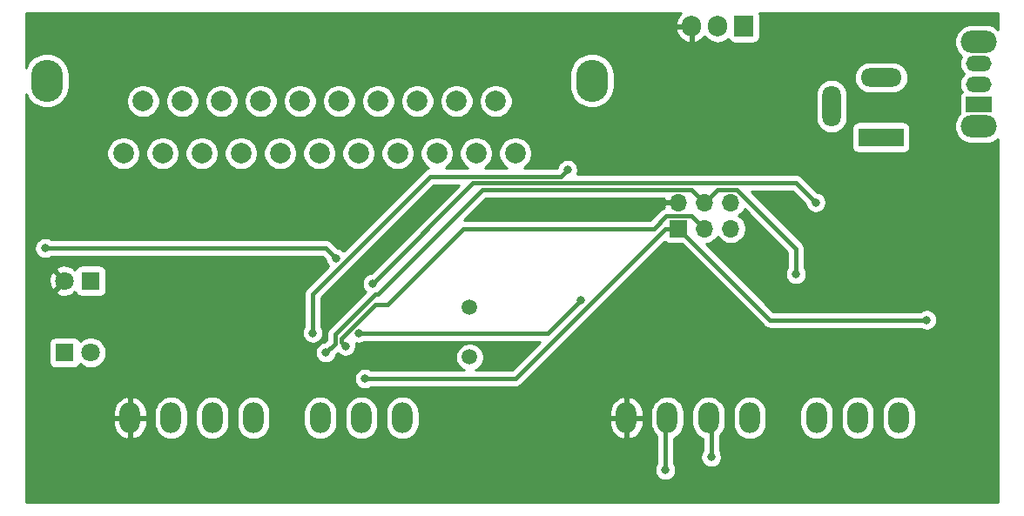
<source format=gbr>
G04 #@! TF.GenerationSoftware,KiCad,Pcbnew,5.1.5-52549c5~84~ubuntu19.10.1*
G04 #@! TF.CreationDate,2019-12-01T23:59:15+01:00*
G04 #@! TF.ProjectId,eduzebox,6564757a-6562-46f7-982e-6b696361645f,rev?*
G04 #@! TF.SameCoordinates,Original*
G04 #@! TF.FileFunction,Copper,L2,Bot*
G04 #@! TF.FilePolarity,Positive*
%FSLAX46Y46*%
G04 Gerber Fmt 4.6, Leading zero omitted, Abs format (unit mm)*
G04 Created by KiCad (PCBNEW 5.1.5-52549c5~84~ubuntu19.10.1) date 2019-12-01 23:59:15*
%MOMM*%
%LPD*%
G04 APERTURE LIST*
%ADD10C,1.800000*%
%ADD11R,1.800000X1.800000*%
%ADD12O,2.000000X3.000000*%
%ADD13O,3.500000X2.200000*%
%ADD14O,2.500000X1.500000*%
%ADD15R,2.500000X1.500000*%
%ADD16O,1.800000X4.000000*%
%ADD17O,4.000000X1.800000*%
%ADD18R,4.400000X1.800000*%
%ADD19O,1.700000X1.700000*%
%ADD20R,1.700000X1.700000*%
%ADD21O,3.100000X4.100000*%
%ADD22C,1.998980*%
%ADD23R,1.905000X2.000000*%
%ADD24O,1.905000X2.000000*%
%ADD25C,1.500000*%
%ADD26C,0.800000*%
%ADD27C,0.406400*%
%ADD28C,0.254000*%
G04 APERTURE END LIST*
D10*
X95885000Y-92710000D03*
D11*
X93345000Y-92710000D03*
D12*
X174455000Y-99060000D03*
X170455000Y-99060000D03*
X166455000Y-99060000D03*
X159955000Y-99060000D03*
X155955000Y-99060000D03*
X151955000Y-99060000D03*
X147955000Y-99060000D03*
X126195000Y-99060000D03*
X122195000Y-99060000D03*
X118195000Y-99060000D03*
X111695000Y-99060000D03*
X107695000Y-99060000D03*
X103695000Y-99060000D03*
X99695000Y-99060000D03*
D13*
X182245000Y-62480000D03*
X182245000Y-70680000D03*
D14*
X182245000Y-64580000D03*
X182245000Y-66580000D03*
D15*
X182245000Y-68580000D03*
D11*
X95885000Y-85725000D03*
D10*
X93345000Y-85725000D03*
D16*
X167920000Y-68755000D03*
D17*
X172720000Y-65955000D03*
D18*
X172720000Y-71755000D03*
D19*
X158115000Y-78105000D03*
X158115000Y-80645000D03*
X155575000Y-78105000D03*
X155575000Y-80645000D03*
X153035000Y-78105000D03*
D20*
X153035000Y-80645000D03*
D21*
X144609820Y-66240660D03*
X91610180Y-66240660D03*
D22*
X137160000Y-73319640D03*
X135255000Y-68239640D03*
X133350000Y-73319640D03*
X131445000Y-68239640D03*
X129540000Y-73319640D03*
X127635000Y-68239640D03*
X125730000Y-73319640D03*
X123825000Y-68239640D03*
X121920000Y-73319640D03*
X120015000Y-68239640D03*
X118110000Y-73319640D03*
X116205000Y-68239640D03*
X114300000Y-73319640D03*
X112395000Y-68239640D03*
X110490000Y-73319640D03*
X108585000Y-68239640D03*
X106680000Y-73319640D03*
X104775000Y-68239640D03*
X102870000Y-73319640D03*
X100965000Y-68239640D03*
X99060000Y-73319640D03*
D23*
X159385000Y-60960000D03*
D24*
X156845000Y-60960000D03*
X154305000Y-60960000D03*
D25*
X132715000Y-93145000D03*
X132715000Y-88265000D03*
D26*
X116840000Y-85090000D03*
X116205000Y-89535000D03*
X146050000Y-91440000D03*
X155575000Y-64770000D03*
X158750000Y-68580000D03*
X124460000Y-96520000D03*
X150241000Y-60579000D03*
X121920000Y-84455000D03*
X149851000Y-74685000D03*
X177165000Y-89535000D03*
X122555000Y-95250000D03*
X120650000Y-92075000D03*
X164465000Y-85090000D03*
X118745000Y-92710000D03*
X121920000Y-90805000D03*
X143510000Y-87630000D03*
X117475000Y-90805000D03*
X142240000Y-74930000D03*
X166370000Y-78105000D03*
X123287036Y-85990246D03*
X151765000Y-104140000D03*
X156210000Y-102870000D03*
X119764544Y-83569544D03*
X91440000Y-82550000D03*
D27*
X161925000Y-89535000D02*
X153035000Y-80645000D01*
X177165000Y-89535000D02*
X161925000Y-89535000D01*
X137173600Y-95250000D02*
X122555000Y-95250000D01*
X153035000Y-80645000D02*
X151778600Y-80645000D01*
X151778600Y-80645000D02*
X137173600Y-95250000D01*
X120269000Y-91694000D02*
X120650000Y-92075000D01*
X124727598Y-87997402D02*
X123584598Y-87997402D01*
X154321799Y-79391799D02*
X151862439Y-79391799D01*
X120269000Y-91313000D02*
X120269000Y-91694000D01*
X155575000Y-80645000D02*
X154321799Y-79391799D01*
X123584598Y-87997402D02*
X120269000Y-91313000D01*
X151862439Y-79391799D02*
X150609238Y-80645000D01*
X150609238Y-80645000D02*
X132080000Y-80645000D01*
X132080000Y-80645000D02*
X124727598Y-87997402D01*
X119634000Y-90932000D02*
X123571000Y-86995000D01*
X118745000Y-92710000D02*
X119634000Y-91821000D01*
X123825000Y-86995000D02*
X133968201Y-76851799D01*
X154321799Y-76851799D02*
X154725001Y-77255001D01*
X119634000Y-91821000D02*
X119634000Y-90932000D01*
X123571000Y-86995000D02*
X123825000Y-86995000D01*
X133968201Y-76851799D02*
X154321799Y-76851799D01*
X154725001Y-77255001D02*
X155575000Y-78105000D01*
X164465000Y-82600262D02*
X158716537Y-76851799D01*
X156424999Y-77255001D02*
X155575000Y-78105000D01*
X156828201Y-76851799D02*
X156424999Y-77255001D01*
X158716537Y-76851799D02*
X156828201Y-76851799D01*
X164465000Y-85090000D02*
X164465000Y-82600262D01*
X121920000Y-90805000D02*
X140335000Y-90805000D01*
X140335000Y-90805000D02*
X143510000Y-87630000D01*
X128905000Y-75565000D02*
X117475000Y-86995000D01*
X142240000Y-74930000D02*
X141605000Y-75565000D01*
X117475000Y-86995000D02*
X117475000Y-90805000D01*
X141605000Y-75565000D02*
X128905000Y-75565000D01*
X123687035Y-85590247D02*
X123287036Y-85990246D01*
X166370000Y-78105000D02*
X164465000Y-76200000D01*
X133077282Y-76200000D02*
X123687035Y-85590247D01*
X164465000Y-76200000D02*
X133077282Y-76200000D01*
X151765000Y-99250000D02*
X151955000Y-99060000D01*
X151765000Y-104140000D02*
X151765000Y-99250000D01*
X156210000Y-99315000D02*
X155955000Y-99060000D01*
X156210000Y-102870000D02*
X156210000Y-99315000D01*
X91440000Y-82550000D02*
X118745000Y-82550000D01*
X118745000Y-82550000D02*
X119764544Y-83569544D01*
D28*
G36*
X153195563Y-59778685D02*
G01*
X152995684Y-60016911D01*
X152846121Y-60289554D01*
X152752622Y-60586137D01*
X152879430Y-60833000D01*
X154178000Y-60833000D01*
X154178000Y-60813000D01*
X154432000Y-60813000D01*
X154432000Y-60833000D01*
X154452000Y-60833000D01*
X154452000Y-61087000D01*
X154432000Y-61087000D01*
X154432000Y-62430594D01*
X154677980Y-62550563D01*
X154896094Y-62479571D01*
X155171923Y-62335969D01*
X155414437Y-62141315D01*
X155569838Y-61956100D01*
X155717037Y-62135463D01*
X155958765Y-62333845D01*
X156234551Y-62481255D01*
X156533796Y-62572030D01*
X156845000Y-62602681D01*
X157156203Y-62572030D01*
X157455448Y-62481255D01*
X157731234Y-62333845D01*
X157857095Y-62230553D01*
X157901963Y-62314494D01*
X157981315Y-62411185D01*
X158078006Y-62490537D01*
X158188320Y-62549502D01*
X158308018Y-62585812D01*
X158432500Y-62598072D01*
X160337500Y-62598072D01*
X160461982Y-62585812D01*
X160581680Y-62549502D01*
X160691994Y-62490537D01*
X160788685Y-62411185D01*
X160868037Y-62314494D01*
X160927002Y-62204180D01*
X160963312Y-62084482D01*
X160975572Y-61960000D01*
X160975572Y-59960000D01*
X160963312Y-59835518D01*
X160927002Y-59715820D01*
X160926564Y-59715000D01*
X184125001Y-59715000D01*
X184125001Y-61244965D01*
X183863578Y-61030421D01*
X183562168Y-60869314D01*
X183235119Y-60770105D01*
X182980225Y-60745000D01*
X181509775Y-60745000D01*
X181254881Y-60770105D01*
X180927832Y-60869314D01*
X180626422Y-61030421D01*
X180362234Y-61247234D01*
X180145421Y-61511422D01*
X179984314Y-61812832D01*
X179885105Y-62139881D01*
X179851606Y-62480000D01*
X179885105Y-62820119D01*
X179984314Y-63147168D01*
X180145421Y-63448578D01*
X180362234Y-63712766D01*
X180553994Y-63870139D01*
X180459236Y-64047419D01*
X180380040Y-64308493D01*
X180353299Y-64580000D01*
X180380040Y-64851507D01*
X180459236Y-65112581D01*
X180587843Y-65353188D01*
X180760919Y-65564081D01*
X180780316Y-65580000D01*
X180760919Y-65595919D01*
X180587843Y-65806812D01*
X180459236Y-66047419D01*
X180380040Y-66308493D01*
X180353299Y-66580000D01*
X180380040Y-66851507D01*
X180459236Y-67112581D01*
X180583940Y-67345886D01*
X180543815Y-67378815D01*
X180464463Y-67475506D01*
X180405498Y-67585820D01*
X180369188Y-67705518D01*
X180356928Y-67830000D01*
X180356928Y-69330000D01*
X180368008Y-69442496D01*
X180362234Y-69447234D01*
X180145421Y-69711422D01*
X179984314Y-70012832D01*
X179885105Y-70339881D01*
X179851606Y-70680000D01*
X179885105Y-71020119D01*
X179984314Y-71347168D01*
X180145421Y-71648578D01*
X180362234Y-71912766D01*
X180626422Y-72129579D01*
X180927832Y-72290686D01*
X181254881Y-72389895D01*
X181509775Y-72415000D01*
X182980225Y-72415000D01*
X183235119Y-72389895D01*
X183562168Y-72290686D01*
X183863578Y-72129579D01*
X184125001Y-71915035D01*
X184125000Y-107290000D01*
X89560000Y-107290000D01*
X89560000Y-99187000D01*
X98060000Y-99187000D01*
X98060000Y-99687000D01*
X98116193Y-100003532D01*
X98233058Y-100303020D01*
X98406105Y-100573954D01*
X98628683Y-100805922D01*
X98892239Y-100990010D01*
X99186645Y-101119144D01*
X99314566Y-101150124D01*
X99568000Y-101030777D01*
X99568000Y-99187000D01*
X99822000Y-99187000D01*
X99822000Y-101030777D01*
X100075434Y-101150124D01*
X100203355Y-101119144D01*
X100497761Y-100990010D01*
X100761317Y-100805922D01*
X100983895Y-100573954D01*
X101156942Y-100303020D01*
X101273807Y-100003532D01*
X101330000Y-99687000D01*
X101330000Y-99187000D01*
X99822000Y-99187000D01*
X99568000Y-99187000D01*
X98060000Y-99187000D01*
X89560000Y-99187000D01*
X89560000Y-98433000D01*
X98060000Y-98433000D01*
X98060000Y-98933000D01*
X99568000Y-98933000D01*
X99568000Y-97089223D01*
X99822000Y-97089223D01*
X99822000Y-98933000D01*
X101330000Y-98933000D01*
X101330000Y-98479679D01*
X102060000Y-98479679D01*
X102060000Y-99640322D01*
X102083657Y-99880516D01*
X102177148Y-100188715D01*
X102328970Y-100472752D01*
X102533287Y-100721714D01*
X102782249Y-100926031D01*
X103066286Y-101077852D01*
X103374485Y-101171343D01*
X103695000Y-101202911D01*
X104015516Y-101171343D01*
X104323715Y-101077852D01*
X104607752Y-100926031D01*
X104856714Y-100721714D01*
X105061031Y-100472752D01*
X105212852Y-100188715D01*
X105306343Y-99880516D01*
X105330000Y-99640322D01*
X105330000Y-98479679D01*
X106060000Y-98479679D01*
X106060000Y-99640322D01*
X106083657Y-99880516D01*
X106177148Y-100188715D01*
X106328970Y-100472752D01*
X106533287Y-100721714D01*
X106782249Y-100926031D01*
X107066286Y-101077852D01*
X107374485Y-101171343D01*
X107695000Y-101202911D01*
X108015516Y-101171343D01*
X108323715Y-101077852D01*
X108607752Y-100926031D01*
X108856714Y-100721714D01*
X109061031Y-100472752D01*
X109212852Y-100188715D01*
X109306343Y-99880516D01*
X109330000Y-99640322D01*
X109330000Y-98479679D01*
X110060000Y-98479679D01*
X110060000Y-99640322D01*
X110083657Y-99880516D01*
X110177148Y-100188715D01*
X110328970Y-100472752D01*
X110533287Y-100721714D01*
X110782249Y-100926031D01*
X111066286Y-101077852D01*
X111374485Y-101171343D01*
X111695000Y-101202911D01*
X112015516Y-101171343D01*
X112323715Y-101077852D01*
X112607752Y-100926031D01*
X112856714Y-100721714D01*
X113061031Y-100472752D01*
X113212852Y-100188715D01*
X113306343Y-99880516D01*
X113330000Y-99640322D01*
X113330000Y-98479679D01*
X116560000Y-98479679D01*
X116560000Y-99640322D01*
X116583657Y-99880516D01*
X116677148Y-100188715D01*
X116828970Y-100472752D01*
X117033287Y-100721714D01*
X117282249Y-100926031D01*
X117566286Y-101077852D01*
X117874485Y-101171343D01*
X118195000Y-101202911D01*
X118515516Y-101171343D01*
X118823715Y-101077852D01*
X119107752Y-100926031D01*
X119356714Y-100721714D01*
X119561031Y-100472752D01*
X119712852Y-100188715D01*
X119806343Y-99880516D01*
X119830000Y-99640322D01*
X119830000Y-98479679D01*
X120560000Y-98479679D01*
X120560000Y-99640322D01*
X120583657Y-99880516D01*
X120677148Y-100188715D01*
X120828970Y-100472752D01*
X121033287Y-100721714D01*
X121282249Y-100926031D01*
X121566286Y-101077852D01*
X121874485Y-101171343D01*
X122195000Y-101202911D01*
X122515516Y-101171343D01*
X122823715Y-101077852D01*
X123107752Y-100926031D01*
X123356714Y-100721714D01*
X123561031Y-100472752D01*
X123712852Y-100188715D01*
X123806343Y-99880516D01*
X123830000Y-99640322D01*
X123830000Y-98479679D01*
X124560000Y-98479679D01*
X124560000Y-99640322D01*
X124583657Y-99880516D01*
X124677148Y-100188715D01*
X124828970Y-100472752D01*
X125033287Y-100721714D01*
X125282249Y-100926031D01*
X125566286Y-101077852D01*
X125874485Y-101171343D01*
X126195000Y-101202911D01*
X126515516Y-101171343D01*
X126823715Y-101077852D01*
X127107752Y-100926031D01*
X127356714Y-100721714D01*
X127561031Y-100472752D01*
X127712852Y-100188715D01*
X127806343Y-99880516D01*
X127830000Y-99640322D01*
X127830000Y-99187000D01*
X146320000Y-99187000D01*
X146320000Y-99687000D01*
X146376193Y-100003532D01*
X146493058Y-100303020D01*
X146666105Y-100573954D01*
X146888683Y-100805922D01*
X147152239Y-100990010D01*
X147446645Y-101119144D01*
X147574566Y-101150124D01*
X147828000Y-101030777D01*
X147828000Y-99187000D01*
X148082000Y-99187000D01*
X148082000Y-101030777D01*
X148335434Y-101150124D01*
X148463355Y-101119144D01*
X148757761Y-100990010D01*
X149021317Y-100805922D01*
X149243895Y-100573954D01*
X149416942Y-100303020D01*
X149533807Y-100003532D01*
X149590000Y-99687000D01*
X149590000Y-99187000D01*
X148082000Y-99187000D01*
X147828000Y-99187000D01*
X146320000Y-99187000D01*
X127830000Y-99187000D01*
X127830000Y-98479678D01*
X127825403Y-98433000D01*
X146320000Y-98433000D01*
X146320000Y-98933000D01*
X147828000Y-98933000D01*
X147828000Y-97089223D01*
X148082000Y-97089223D01*
X148082000Y-98933000D01*
X149590000Y-98933000D01*
X149590000Y-98479679D01*
X150320000Y-98479679D01*
X150320000Y-99640322D01*
X150343657Y-99880516D01*
X150437148Y-100188715D01*
X150588970Y-100472752D01*
X150793287Y-100721714D01*
X150926801Y-100831285D01*
X150926800Y-103531504D01*
X150847795Y-103649744D01*
X150769774Y-103838102D01*
X150730000Y-104038061D01*
X150730000Y-104241939D01*
X150769774Y-104441898D01*
X150847795Y-104630256D01*
X150961063Y-104799774D01*
X151105226Y-104943937D01*
X151274744Y-105057205D01*
X151463102Y-105135226D01*
X151663061Y-105175000D01*
X151866939Y-105175000D01*
X152066898Y-105135226D01*
X152255256Y-105057205D01*
X152424774Y-104943937D01*
X152568937Y-104799774D01*
X152682205Y-104630256D01*
X152760226Y-104441898D01*
X152800000Y-104241939D01*
X152800000Y-104038061D01*
X152760226Y-103838102D01*
X152682205Y-103649744D01*
X152603200Y-103531504D01*
X152603200Y-101067437D01*
X152867752Y-100926031D01*
X153116714Y-100721714D01*
X153321031Y-100472752D01*
X153472852Y-100188715D01*
X153566343Y-99880516D01*
X153590000Y-99640322D01*
X153590000Y-98479679D01*
X154320000Y-98479679D01*
X154320000Y-99640322D01*
X154343657Y-99880516D01*
X154437148Y-100188715D01*
X154588970Y-100472752D01*
X154793287Y-100721714D01*
X155042249Y-100926031D01*
X155326286Y-101077852D01*
X155371801Y-101091659D01*
X155371800Y-102261504D01*
X155292795Y-102379744D01*
X155214774Y-102568102D01*
X155175000Y-102768061D01*
X155175000Y-102971939D01*
X155214774Y-103171898D01*
X155292795Y-103360256D01*
X155406063Y-103529774D01*
X155550226Y-103673937D01*
X155719744Y-103787205D01*
X155908102Y-103865226D01*
X156108061Y-103905000D01*
X156311939Y-103905000D01*
X156511898Y-103865226D01*
X156700256Y-103787205D01*
X156869774Y-103673937D01*
X157013937Y-103529774D01*
X157127205Y-103360256D01*
X157205226Y-103171898D01*
X157245000Y-102971939D01*
X157245000Y-102768061D01*
X157205226Y-102568102D01*
X157127205Y-102379744D01*
X157048200Y-102261504D01*
X157048200Y-100777942D01*
X157116714Y-100721714D01*
X157321031Y-100472752D01*
X157472852Y-100188715D01*
X157566343Y-99880516D01*
X157590000Y-99640322D01*
X157590000Y-98479679D01*
X158320000Y-98479679D01*
X158320000Y-99640322D01*
X158343657Y-99880516D01*
X158437148Y-100188715D01*
X158588970Y-100472752D01*
X158793287Y-100721714D01*
X159042249Y-100926031D01*
X159326286Y-101077852D01*
X159634485Y-101171343D01*
X159955000Y-101202911D01*
X160275516Y-101171343D01*
X160583715Y-101077852D01*
X160867752Y-100926031D01*
X161116714Y-100721714D01*
X161321031Y-100472752D01*
X161472852Y-100188715D01*
X161566343Y-99880516D01*
X161590000Y-99640322D01*
X161590000Y-98479679D01*
X164820000Y-98479679D01*
X164820000Y-99640322D01*
X164843657Y-99880516D01*
X164937148Y-100188715D01*
X165088970Y-100472752D01*
X165293287Y-100721714D01*
X165542249Y-100926031D01*
X165826286Y-101077852D01*
X166134485Y-101171343D01*
X166455000Y-101202911D01*
X166775516Y-101171343D01*
X167083715Y-101077852D01*
X167367752Y-100926031D01*
X167616714Y-100721714D01*
X167821031Y-100472752D01*
X167972852Y-100188715D01*
X168066343Y-99880516D01*
X168090000Y-99640322D01*
X168090000Y-98479679D01*
X168820000Y-98479679D01*
X168820000Y-99640322D01*
X168843657Y-99880516D01*
X168937148Y-100188715D01*
X169088970Y-100472752D01*
X169293287Y-100721714D01*
X169542249Y-100926031D01*
X169826286Y-101077852D01*
X170134485Y-101171343D01*
X170455000Y-101202911D01*
X170775516Y-101171343D01*
X171083715Y-101077852D01*
X171367752Y-100926031D01*
X171616714Y-100721714D01*
X171821031Y-100472752D01*
X171972852Y-100188715D01*
X172066343Y-99880516D01*
X172090000Y-99640322D01*
X172090000Y-98479679D01*
X172820000Y-98479679D01*
X172820000Y-99640322D01*
X172843657Y-99880516D01*
X172937148Y-100188715D01*
X173088970Y-100472752D01*
X173293287Y-100721714D01*
X173542249Y-100926031D01*
X173826286Y-101077852D01*
X174134485Y-101171343D01*
X174455000Y-101202911D01*
X174775516Y-101171343D01*
X175083715Y-101077852D01*
X175367752Y-100926031D01*
X175616714Y-100721714D01*
X175821031Y-100472752D01*
X175972852Y-100188715D01*
X176066343Y-99880516D01*
X176090000Y-99640322D01*
X176090000Y-98479678D01*
X176066343Y-98239484D01*
X175972852Y-97931285D01*
X175821031Y-97647248D01*
X175616714Y-97398286D01*
X175367751Y-97193969D01*
X175083714Y-97042148D01*
X174775515Y-96948657D01*
X174455000Y-96917089D01*
X174134484Y-96948657D01*
X173826285Y-97042148D01*
X173542248Y-97193969D01*
X173293286Y-97398286D01*
X173088969Y-97647249D01*
X172937148Y-97931286D01*
X172843657Y-98239485D01*
X172820000Y-98479679D01*
X172090000Y-98479679D01*
X172090000Y-98479678D01*
X172066343Y-98239484D01*
X171972852Y-97931285D01*
X171821031Y-97647248D01*
X171616714Y-97398286D01*
X171367751Y-97193969D01*
X171083714Y-97042148D01*
X170775515Y-96948657D01*
X170455000Y-96917089D01*
X170134484Y-96948657D01*
X169826285Y-97042148D01*
X169542248Y-97193969D01*
X169293286Y-97398286D01*
X169088969Y-97647249D01*
X168937148Y-97931286D01*
X168843657Y-98239485D01*
X168820000Y-98479679D01*
X168090000Y-98479679D01*
X168090000Y-98479678D01*
X168066343Y-98239484D01*
X167972852Y-97931285D01*
X167821031Y-97647248D01*
X167616714Y-97398286D01*
X167367751Y-97193969D01*
X167083714Y-97042148D01*
X166775515Y-96948657D01*
X166455000Y-96917089D01*
X166134484Y-96948657D01*
X165826285Y-97042148D01*
X165542248Y-97193969D01*
X165293286Y-97398286D01*
X165088969Y-97647249D01*
X164937148Y-97931286D01*
X164843657Y-98239485D01*
X164820000Y-98479679D01*
X161590000Y-98479679D01*
X161590000Y-98479678D01*
X161566343Y-98239484D01*
X161472852Y-97931285D01*
X161321031Y-97647248D01*
X161116714Y-97398286D01*
X160867751Y-97193969D01*
X160583714Y-97042148D01*
X160275515Y-96948657D01*
X159955000Y-96917089D01*
X159634484Y-96948657D01*
X159326285Y-97042148D01*
X159042248Y-97193969D01*
X158793286Y-97398286D01*
X158588969Y-97647249D01*
X158437148Y-97931286D01*
X158343657Y-98239485D01*
X158320000Y-98479679D01*
X157590000Y-98479679D01*
X157590000Y-98479678D01*
X157566343Y-98239484D01*
X157472852Y-97931285D01*
X157321031Y-97647248D01*
X157116714Y-97398286D01*
X156867751Y-97193969D01*
X156583714Y-97042148D01*
X156275515Y-96948657D01*
X155955000Y-96917089D01*
X155634484Y-96948657D01*
X155326285Y-97042148D01*
X155042248Y-97193969D01*
X154793286Y-97398286D01*
X154588969Y-97647249D01*
X154437148Y-97931286D01*
X154343657Y-98239485D01*
X154320000Y-98479679D01*
X153590000Y-98479679D01*
X153590000Y-98479678D01*
X153566343Y-98239484D01*
X153472852Y-97931285D01*
X153321031Y-97647248D01*
X153116714Y-97398286D01*
X152867751Y-97193969D01*
X152583714Y-97042148D01*
X152275515Y-96948657D01*
X151955000Y-96917089D01*
X151634484Y-96948657D01*
X151326285Y-97042148D01*
X151042248Y-97193969D01*
X150793286Y-97398286D01*
X150588969Y-97647249D01*
X150437148Y-97931286D01*
X150343657Y-98239485D01*
X150320000Y-98479679D01*
X149590000Y-98479679D01*
X149590000Y-98433000D01*
X149533807Y-98116468D01*
X149416942Y-97816980D01*
X149243895Y-97546046D01*
X149021317Y-97314078D01*
X148757761Y-97129990D01*
X148463355Y-97000856D01*
X148335434Y-96969876D01*
X148082000Y-97089223D01*
X147828000Y-97089223D01*
X147574566Y-96969876D01*
X147446645Y-97000856D01*
X147152239Y-97129990D01*
X146888683Y-97314078D01*
X146666105Y-97546046D01*
X146493058Y-97816980D01*
X146376193Y-98116468D01*
X146320000Y-98433000D01*
X127825403Y-98433000D01*
X127806343Y-98239484D01*
X127712852Y-97931285D01*
X127561031Y-97647248D01*
X127356714Y-97398286D01*
X127107751Y-97193969D01*
X126823714Y-97042148D01*
X126515515Y-96948657D01*
X126195000Y-96917089D01*
X125874484Y-96948657D01*
X125566285Y-97042148D01*
X125282248Y-97193969D01*
X125033286Y-97398286D01*
X124828969Y-97647249D01*
X124677148Y-97931286D01*
X124583657Y-98239485D01*
X124560000Y-98479679D01*
X123830000Y-98479679D01*
X123830000Y-98479678D01*
X123806343Y-98239484D01*
X123712852Y-97931285D01*
X123561031Y-97647248D01*
X123356714Y-97398286D01*
X123107751Y-97193969D01*
X122823714Y-97042148D01*
X122515515Y-96948657D01*
X122195000Y-96917089D01*
X121874484Y-96948657D01*
X121566285Y-97042148D01*
X121282248Y-97193969D01*
X121033286Y-97398286D01*
X120828969Y-97647249D01*
X120677148Y-97931286D01*
X120583657Y-98239485D01*
X120560000Y-98479679D01*
X119830000Y-98479679D01*
X119830000Y-98479678D01*
X119806343Y-98239484D01*
X119712852Y-97931285D01*
X119561031Y-97647248D01*
X119356714Y-97398286D01*
X119107751Y-97193969D01*
X118823714Y-97042148D01*
X118515515Y-96948657D01*
X118195000Y-96917089D01*
X117874484Y-96948657D01*
X117566285Y-97042148D01*
X117282248Y-97193969D01*
X117033286Y-97398286D01*
X116828969Y-97647249D01*
X116677148Y-97931286D01*
X116583657Y-98239485D01*
X116560000Y-98479679D01*
X113330000Y-98479679D01*
X113330000Y-98479678D01*
X113306343Y-98239484D01*
X113212852Y-97931285D01*
X113061031Y-97647248D01*
X112856714Y-97398286D01*
X112607751Y-97193969D01*
X112323714Y-97042148D01*
X112015515Y-96948657D01*
X111695000Y-96917089D01*
X111374484Y-96948657D01*
X111066285Y-97042148D01*
X110782248Y-97193969D01*
X110533286Y-97398286D01*
X110328969Y-97647249D01*
X110177148Y-97931286D01*
X110083657Y-98239485D01*
X110060000Y-98479679D01*
X109330000Y-98479679D01*
X109330000Y-98479678D01*
X109306343Y-98239484D01*
X109212852Y-97931285D01*
X109061031Y-97647248D01*
X108856714Y-97398286D01*
X108607751Y-97193969D01*
X108323714Y-97042148D01*
X108015515Y-96948657D01*
X107695000Y-96917089D01*
X107374484Y-96948657D01*
X107066285Y-97042148D01*
X106782248Y-97193969D01*
X106533286Y-97398286D01*
X106328969Y-97647249D01*
X106177148Y-97931286D01*
X106083657Y-98239485D01*
X106060000Y-98479679D01*
X105330000Y-98479679D01*
X105330000Y-98479678D01*
X105306343Y-98239484D01*
X105212852Y-97931285D01*
X105061031Y-97647248D01*
X104856714Y-97398286D01*
X104607751Y-97193969D01*
X104323714Y-97042148D01*
X104015515Y-96948657D01*
X103695000Y-96917089D01*
X103374484Y-96948657D01*
X103066285Y-97042148D01*
X102782248Y-97193969D01*
X102533286Y-97398286D01*
X102328969Y-97647249D01*
X102177148Y-97931286D01*
X102083657Y-98239485D01*
X102060000Y-98479679D01*
X101330000Y-98479679D01*
X101330000Y-98433000D01*
X101273807Y-98116468D01*
X101156942Y-97816980D01*
X100983895Y-97546046D01*
X100761317Y-97314078D01*
X100497761Y-97129990D01*
X100203355Y-97000856D01*
X100075434Y-96969876D01*
X99822000Y-97089223D01*
X99568000Y-97089223D01*
X99314566Y-96969876D01*
X99186645Y-97000856D01*
X98892239Y-97129990D01*
X98628683Y-97314078D01*
X98406105Y-97546046D01*
X98233058Y-97816980D01*
X98116193Y-98116468D01*
X98060000Y-98433000D01*
X89560000Y-98433000D01*
X89560000Y-91810000D01*
X91806928Y-91810000D01*
X91806928Y-93610000D01*
X91819188Y-93734482D01*
X91855498Y-93854180D01*
X91914463Y-93964494D01*
X91993815Y-94061185D01*
X92090506Y-94140537D01*
X92200820Y-94199502D01*
X92320518Y-94235812D01*
X92445000Y-94248072D01*
X94245000Y-94248072D01*
X94369482Y-94235812D01*
X94489180Y-94199502D01*
X94599494Y-94140537D01*
X94696185Y-94061185D01*
X94775537Y-93964494D01*
X94834502Y-93854180D01*
X94840056Y-93835873D01*
X94906495Y-93902312D01*
X95157905Y-94070299D01*
X95437257Y-94186011D01*
X95733816Y-94245000D01*
X96036184Y-94245000D01*
X96332743Y-94186011D01*
X96612095Y-94070299D01*
X96863505Y-93902312D01*
X97077312Y-93688505D01*
X97245299Y-93437095D01*
X97361011Y-93157743D01*
X97420000Y-92861184D01*
X97420000Y-92558816D01*
X97361011Y-92262257D01*
X97245299Y-91982905D01*
X97077312Y-91731495D01*
X96863505Y-91517688D01*
X96612095Y-91349701D01*
X96332743Y-91233989D01*
X96036184Y-91175000D01*
X95733816Y-91175000D01*
X95437257Y-91233989D01*
X95157905Y-91349701D01*
X94906495Y-91517688D01*
X94840056Y-91584127D01*
X94834502Y-91565820D01*
X94775537Y-91455506D01*
X94696185Y-91358815D01*
X94599494Y-91279463D01*
X94489180Y-91220498D01*
X94369482Y-91184188D01*
X94245000Y-91171928D01*
X92445000Y-91171928D01*
X92320518Y-91184188D01*
X92200820Y-91220498D01*
X92090506Y-91279463D01*
X91993815Y-91358815D01*
X91914463Y-91455506D01*
X91855498Y-91565820D01*
X91819188Y-91685518D01*
X91806928Y-91810000D01*
X89560000Y-91810000D01*
X89560000Y-85791553D01*
X91804009Y-85791553D01*
X91846603Y-86090907D01*
X91946778Y-86376199D01*
X92026739Y-86525792D01*
X92280920Y-86609475D01*
X93165395Y-85725000D01*
X92280920Y-84840525D01*
X92026739Y-84924208D01*
X91895842Y-85196775D01*
X91820635Y-85489642D01*
X91804009Y-85791553D01*
X89560000Y-85791553D01*
X89560000Y-84660920D01*
X92460525Y-84660920D01*
X93345000Y-85545395D01*
X93359143Y-85531253D01*
X93538748Y-85710858D01*
X93524605Y-85725000D01*
X93538748Y-85739143D01*
X93359143Y-85918748D01*
X93345000Y-85904605D01*
X92460525Y-86789080D01*
X92544208Y-87043261D01*
X92816775Y-87174158D01*
X93109642Y-87249365D01*
X93411553Y-87265991D01*
X93710907Y-87223397D01*
X93996199Y-87123222D01*
X94145792Y-87043261D01*
X94229474Y-86789082D01*
X94345422Y-86905030D01*
X94392187Y-86858265D01*
X94395498Y-86869180D01*
X94454463Y-86979494D01*
X94533815Y-87076185D01*
X94630506Y-87155537D01*
X94740820Y-87214502D01*
X94860518Y-87250812D01*
X94985000Y-87263072D01*
X96785000Y-87263072D01*
X96909482Y-87250812D01*
X97029180Y-87214502D01*
X97139494Y-87155537D01*
X97236185Y-87076185D01*
X97315537Y-86979494D01*
X97374502Y-86869180D01*
X97410812Y-86749482D01*
X97423072Y-86625000D01*
X97423072Y-84825000D01*
X97410812Y-84700518D01*
X97374502Y-84580820D01*
X97315537Y-84470506D01*
X97236185Y-84373815D01*
X97139494Y-84294463D01*
X97029180Y-84235498D01*
X96909482Y-84199188D01*
X96785000Y-84186928D01*
X94985000Y-84186928D01*
X94860518Y-84199188D01*
X94740820Y-84235498D01*
X94630506Y-84294463D01*
X94533815Y-84373815D01*
X94454463Y-84470506D01*
X94395498Y-84580820D01*
X94392187Y-84591735D01*
X94345422Y-84544970D01*
X94229474Y-84660918D01*
X94145792Y-84406739D01*
X93873225Y-84275842D01*
X93580358Y-84200635D01*
X93278447Y-84184009D01*
X92979093Y-84226603D01*
X92693801Y-84326778D01*
X92544208Y-84406739D01*
X92460525Y-84660920D01*
X89560000Y-84660920D01*
X89560000Y-82448061D01*
X90405000Y-82448061D01*
X90405000Y-82651939D01*
X90444774Y-82851898D01*
X90522795Y-83040256D01*
X90636063Y-83209774D01*
X90780226Y-83353937D01*
X90949744Y-83467205D01*
X91138102Y-83545226D01*
X91338061Y-83585000D01*
X91541939Y-83585000D01*
X91741898Y-83545226D01*
X91930256Y-83467205D01*
X92048496Y-83388200D01*
X118397807Y-83388200D01*
X118741575Y-83731969D01*
X118769318Y-83871442D01*
X118847339Y-84059800D01*
X118960607Y-84229318D01*
X119007948Y-84276659D01*
X116911418Y-86373189D01*
X116879436Y-86399436D01*
X116774691Y-86527069D01*
X116696858Y-86672684D01*
X116648929Y-86830685D01*
X116636800Y-86953831D01*
X116636800Y-86953837D01*
X116632746Y-86995000D01*
X116636800Y-87036163D01*
X116636801Y-90196503D01*
X116557795Y-90314744D01*
X116479774Y-90503102D01*
X116440000Y-90703061D01*
X116440000Y-90906939D01*
X116479774Y-91106898D01*
X116557795Y-91295256D01*
X116671063Y-91464774D01*
X116815226Y-91608937D01*
X116984744Y-91722205D01*
X117173102Y-91800226D01*
X117373061Y-91840000D01*
X117576939Y-91840000D01*
X117776898Y-91800226D01*
X117965256Y-91722205D01*
X118134774Y-91608937D01*
X118278937Y-91464774D01*
X118392205Y-91295256D01*
X118470226Y-91106898D01*
X118510000Y-90906939D01*
X118510000Y-90703061D01*
X118470226Y-90503102D01*
X118392205Y-90314744D01*
X118313200Y-90196504D01*
X118313200Y-87342193D01*
X129252194Y-76403200D01*
X131688688Y-76403200D01*
X123124612Y-84967277D01*
X122985138Y-84995020D01*
X122796780Y-85073041D01*
X122627262Y-85186309D01*
X122483099Y-85330472D01*
X122369831Y-85499990D01*
X122291810Y-85688348D01*
X122252036Y-85888307D01*
X122252036Y-86092185D01*
X122291810Y-86292144D01*
X122369831Y-86480502D01*
X122483099Y-86650020D01*
X122606843Y-86773764D01*
X119070413Y-90310194D01*
X119038437Y-90336436D01*
X119012195Y-90368412D01*
X119012192Y-90368415D01*
X118933691Y-90464069D01*
X118855858Y-90609684D01*
X118807929Y-90767685D01*
X118804254Y-90805000D01*
X118795800Y-90890830D01*
X118795800Y-90890837D01*
X118791746Y-90932000D01*
X118795800Y-90973163D01*
X118795800Y-91473806D01*
X118582575Y-91687031D01*
X118443102Y-91714774D01*
X118254744Y-91792795D01*
X118085226Y-91906063D01*
X117941063Y-92050226D01*
X117827795Y-92219744D01*
X117749774Y-92408102D01*
X117710000Y-92608061D01*
X117710000Y-92811939D01*
X117749774Y-93011898D01*
X117827795Y-93200256D01*
X117941063Y-93369774D01*
X118085226Y-93513937D01*
X118254744Y-93627205D01*
X118443102Y-93705226D01*
X118643061Y-93745000D01*
X118846939Y-93745000D01*
X119046898Y-93705226D01*
X119235256Y-93627205D01*
X119404774Y-93513937D01*
X119548937Y-93369774D01*
X119662205Y-93200256D01*
X119740226Y-93011898D01*
X119767969Y-92872425D01*
X119875841Y-92764552D01*
X119990226Y-92878937D01*
X120159744Y-92992205D01*
X120348102Y-93070226D01*
X120548061Y-93110000D01*
X120751939Y-93110000D01*
X120951898Y-93070226D01*
X121140256Y-92992205D01*
X121309774Y-92878937D01*
X121453937Y-92734774D01*
X121567205Y-92565256D01*
X121645226Y-92376898D01*
X121685000Y-92176939D01*
X121685000Y-91973061D01*
X121651961Y-91806961D01*
X121818061Y-91840000D01*
X122021939Y-91840000D01*
X122221898Y-91800226D01*
X122410256Y-91722205D01*
X122528496Y-91643200D01*
X139595007Y-91643200D01*
X136826407Y-94411800D01*
X133275853Y-94411800D01*
X133371043Y-94372371D01*
X133597886Y-94220799D01*
X133790799Y-94027886D01*
X133942371Y-93801043D01*
X134046775Y-93548989D01*
X134100000Y-93281411D01*
X134100000Y-93008589D01*
X134046775Y-92741011D01*
X133942371Y-92488957D01*
X133790799Y-92262114D01*
X133597886Y-92069201D01*
X133371043Y-91917629D01*
X133118989Y-91813225D01*
X132851411Y-91760000D01*
X132578589Y-91760000D01*
X132311011Y-91813225D01*
X132058957Y-91917629D01*
X131832114Y-92069201D01*
X131639201Y-92262114D01*
X131487629Y-92488957D01*
X131383225Y-92741011D01*
X131330000Y-93008589D01*
X131330000Y-93281411D01*
X131383225Y-93548989D01*
X131487629Y-93801043D01*
X131639201Y-94027886D01*
X131832114Y-94220799D01*
X132058957Y-94372371D01*
X132154147Y-94411800D01*
X123163496Y-94411800D01*
X123045256Y-94332795D01*
X122856898Y-94254774D01*
X122656939Y-94215000D01*
X122453061Y-94215000D01*
X122253102Y-94254774D01*
X122064744Y-94332795D01*
X121895226Y-94446063D01*
X121751063Y-94590226D01*
X121637795Y-94759744D01*
X121559774Y-94948102D01*
X121520000Y-95148061D01*
X121520000Y-95351939D01*
X121559774Y-95551898D01*
X121637795Y-95740256D01*
X121751063Y-95909774D01*
X121895226Y-96053937D01*
X122064744Y-96167205D01*
X122253102Y-96245226D01*
X122453061Y-96285000D01*
X122656939Y-96285000D01*
X122856898Y-96245226D01*
X123045256Y-96167205D01*
X123163496Y-96088200D01*
X137132437Y-96088200D01*
X137173600Y-96092254D01*
X137214763Y-96088200D01*
X137214770Y-96088200D01*
X137337916Y-96076071D01*
X137495917Y-96028142D01*
X137641532Y-95950309D01*
X137769164Y-95845564D01*
X137795411Y-95813582D01*
X151701809Y-81907185D01*
X151733815Y-81946185D01*
X151830506Y-82025537D01*
X151940820Y-82084502D01*
X152060518Y-82120812D01*
X152185000Y-82133072D01*
X153337679Y-82133072D01*
X161303194Y-90098588D01*
X161329436Y-90130564D01*
X161457068Y-90235309D01*
X161602683Y-90313142D01*
X161760684Y-90361071D01*
X161883830Y-90373200D01*
X161883837Y-90373200D01*
X161925000Y-90377254D01*
X161966163Y-90373200D01*
X176556504Y-90373200D01*
X176674744Y-90452205D01*
X176863102Y-90530226D01*
X177063061Y-90570000D01*
X177266939Y-90570000D01*
X177466898Y-90530226D01*
X177655256Y-90452205D01*
X177824774Y-90338937D01*
X177968937Y-90194774D01*
X178082205Y-90025256D01*
X178160226Y-89836898D01*
X178200000Y-89636939D01*
X178200000Y-89433061D01*
X178160226Y-89233102D01*
X178082205Y-89044744D01*
X177968937Y-88875226D01*
X177824774Y-88731063D01*
X177655256Y-88617795D01*
X177466898Y-88539774D01*
X177266939Y-88500000D01*
X177063061Y-88500000D01*
X176863102Y-88539774D01*
X176674744Y-88617795D01*
X176556504Y-88696800D01*
X162272194Y-88696800D01*
X155705393Y-82130000D01*
X155721260Y-82130000D01*
X156008158Y-82072932D01*
X156278411Y-81960990D01*
X156521632Y-81798475D01*
X156728475Y-81591632D01*
X156845000Y-81417240D01*
X156961525Y-81591632D01*
X157168368Y-81798475D01*
X157411589Y-81960990D01*
X157681842Y-82072932D01*
X157968740Y-82130000D01*
X158261260Y-82130000D01*
X158548158Y-82072932D01*
X158818411Y-81960990D01*
X159061632Y-81798475D01*
X159268475Y-81591632D01*
X159430990Y-81348411D01*
X159542932Y-81078158D01*
X159600000Y-80791260D01*
X159600000Y-80498740D01*
X159542932Y-80211842D01*
X159430990Y-79941589D01*
X159268475Y-79698368D01*
X159061632Y-79491525D01*
X158887240Y-79375000D01*
X159061632Y-79258475D01*
X159268475Y-79051632D01*
X159430990Y-78808411D01*
X159447616Y-78768271D01*
X163626801Y-82947457D01*
X163626800Y-84481504D01*
X163547795Y-84599744D01*
X163469774Y-84788102D01*
X163430000Y-84988061D01*
X163430000Y-85191939D01*
X163469774Y-85391898D01*
X163547795Y-85580256D01*
X163661063Y-85749774D01*
X163805226Y-85893937D01*
X163974744Y-86007205D01*
X164163102Y-86085226D01*
X164363061Y-86125000D01*
X164566939Y-86125000D01*
X164766898Y-86085226D01*
X164955256Y-86007205D01*
X165124774Y-85893937D01*
X165268937Y-85749774D01*
X165382205Y-85580256D01*
X165460226Y-85391898D01*
X165500000Y-85191939D01*
X165500000Y-84988061D01*
X165460226Y-84788102D01*
X165382205Y-84599744D01*
X165303200Y-84481504D01*
X165303200Y-82641421D01*
X165307254Y-82600261D01*
X165303200Y-82559101D01*
X165303200Y-82559092D01*
X165291071Y-82435946D01*
X165243142Y-82277945D01*
X165165309Y-82132330D01*
X165060564Y-82004698D01*
X165028588Y-81978456D01*
X160088331Y-77038200D01*
X164117807Y-77038200D01*
X165347031Y-78267425D01*
X165374774Y-78406898D01*
X165452795Y-78595256D01*
X165566063Y-78764774D01*
X165710226Y-78908937D01*
X165879744Y-79022205D01*
X166068102Y-79100226D01*
X166268061Y-79140000D01*
X166471939Y-79140000D01*
X166671898Y-79100226D01*
X166860256Y-79022205D01*
X167029774Y-78908937D01*
X167173937Y-78764774D01*
X167287205Y-78595256D01*
X167365226Y-78406898D01*
X167405000Y-78206939D01*
X167405000Y-78003061D01*
X167365226Y-77803102D01*
X167287205Y-77614744D01*
X167173937Y-77445226D01*
X167029774Y-77301063D01*
X166860256Y-77187795D01*
X166671898Y-77109774D01*
X166532425Y-77082031D01*
X165086811Y-75636418D01*
X165060564Y-75604436D01*
X164932932Y-75499691D01*
X164787317Y-75421858D01*
X164629316Y-75373929D01*
X164506170Y-75361800D01*
X164506163Y-75361800D01*
X164465000Y-75357746D01*
X164423837Y-75361800D01*
X143181418Y-75361800D01*
X143235226Y-75231898D01*
X143275000Y-75031939D01*
X143275000Y-74828061D01*
X143235226Y-74628102D01*
X143157205Y-74439744D01*
X143043937Y-74270226D01*
X142899774Y-74126063D01*
X142730256Y-74012795D01*
X142541898Y-73934774D01*
X142341939Y-73895000D01*
X142138061Y-73895000D01*
X141938102Y-73934774D01*
X141749744Y-74012795D01*
X141580226Y-74126063D01*
X141436063Y-74270226D01*
X141322795Y-74439744D01*
X141244774Y-74628102D01*
X141225142Y-74726800D01*
X137996042Y-74726800D01*
X138201927Y-74589232D01*
X138429592Y-74361567D01*
X138608467Y-74093862D01*
X138731678Y-73796403D01*
X138794490Y-73480623D01*
X138794490Y-73158657D01*
X138731678Y-72842877D01*
X138608467Y-72545418D01*
X138429592Y-72277713D01*
X138201927Y-72050048D01*
X137934222Y-71871173D01*
X137636763Y-71747962D01*
X137320983Y-71685150D01*
X136999017Y-71685150D01*
X136683237Y-71747962D01*
X136385778Y-71871173D01*
X136118073Y-72050048D01*
X135890408Y-72277713D01*
X135711533Y-72545418D01*
X135588322Y-72842877D01*
X135525510Y-73158657D01*
X135525510Y-73480623D01*
X135588322Y-73796403D01*
X135711533Y-74093862D01*
X135890408Y-74361567D01*
X136118073Y-74589232D01*
X136323958Y-74726800D01*
X134186042Y-74726800D01*
X134391927Y-74589232D01*
X134619592Y-74361567D01*
X134798467Y-74093862D01*
X134921678Y-73796403D01*
X134984490Y-73480623D01*
X134984490Y-73158657D01*
X134921678Y-72842877D01*
X134798467Y-72545418D01*
X134619592Y-72277713D01*
X134391927Y-72050048D01*
X134124222Y-71871173D01*
X133826763Y-71747962D01*
X133510983Y-71685150D01*
X133189017Y-71685150D01*
X132873237Y-71747962D01*
X132575778Y-71871173D01*
X132308073Y-72050048D01*
X132080408Y-72277713D01*
X131901533Y-72545418D01*
X131778322Y-72842877D01*
X131715510Y-73158657D01*
X131715510Y-73480623D01*
X131778322Y-73796403D01*
X131901533Y-74093862D01*
X132080408Y-74361567D01*
X132308073Y-74589232D01*
X132513958Y-74726800D01*
X130376042Y-74726800D01*
X130581927Y-74589232D01*
X130809592Y-74361567D01*
X130988467Y-74093862D01*
X131111678Y-73796403D01*
X131174490Y-73480623D01*
X131174490Y-73158657D01*
X131111678Y-72842877D01*
X130988467Y-72545418D01*
X130809592Y-72277713D01*
X130581927Y-72050048D01*
X130314222Y-71871173D01*
X130016763Y-71747962D01*
X129700983Y-71685150D01*
X129379017Y-71685150D01*
X129063237Y-71747962D01*
X128765778Y-71871173D01*
X128498073Y-72050048D01*
X128270408Y-72277713D01*
X128091533Y-72545418D01*
X127968322Y-72842877D01*
X127905510Y-73158657D01*
X127905510Y-73480623D01*
X127968322Y-73796403D01*
X128091533Y-74093862D01*
X128270408Y-74361567D01*
X128498073Y-74589232D01*
X128727910Y-74742804D01*
X128582683Y-74786858D01*
X128437068Y-74864691D01*
X128309436Y-74969436D01*
X128283194Y-75001412D01*
X120471659Y-82812948D01*
X120424318Y-82765607D01*
X120254800Y-82652339D01*
X120066442Y-82574318D01*
X119926969Y-82546575D01*
X119366811Y-81986418D01*
X119340564Y-81954436D01*
X119212932Y-81849691D01*
X119067317Y-81771858D01*
X118909316Y-81723929D01*
X118786170Y-81711800D01*
X118786163Y-81711800D01*
X118745000Y-81707746D01*
X118703837Y-81711800D01*
X92048496Y-81711800D01*
X91930256Y-81632795D01*
X91741898Y-81554774D01*
X91541939Y-81515000D01*
X91338061Y-81515000D01*
X91138102Y-81554774D01*
X90949744Y-81632795D01*
X90780226Y-81746063D01*
X90636063Y-81890226D01*
X90522795Y-82059744D01*
X90444774Y-82248102D01*
X90405000Y-82448061D01*
X89560000Y-82448061D01*
X89560000Y-73158657D01*
X97425510Y-73158657D01*
X97425510Y-73480623D01*
X97488322Y-73796403D01*
X97611533Y-74093862D01*
X97790408Y-74361567D01*
X98018073Y-74589232D01*
X98285778Y-74768107D01*
X98583237Y-74891318D01*
X98899017Y-74954130D01*
X99220983Y-74954130D01*
X99536763Y-74891318D01*
X99834222Y-74768107D01*
X100101927Y-74589232D01*
X100329592Y-74361567D01*
X100508467Y-74093862D01*
X100631678Y-73796403D01*
X100694490Y-73480623D01*
X100694490Y-73158657D01*
X101235510Y-73158657D01*
X101235510Y-73480623D01*
X101298322Y-73796403D01*
X101421533Y-74093862D01*
X101600408Y-74361567D01*
X101828073Y-74589232D01*
X102095778Y-74768107D01*
X102393237Y-74891318D01*
X102709017Y-74954130D01*
X103030983Y-74954130D01*
X103346763Y-74891318D01*
X103644222Y-74768107D01*
X103911927Y-74589232D01*
X104139592Y-74361567D01*
X104318467Y-74093862D01*
X104441678Y-73796403D01*
X104504490Y-73480623D01*
X104504490Y-73158657D01*
X105045510Y-73158657D01*
X105045510Y-73480623D01*
X105108322Y-73796403D01*
X105231533Y-74093862D01*
X105410408Y-74361567D01*
X105638073Y-74589232D01*
X105905778Y-74768107D01*
X106203237Y-74891318D01*
X106519017Y-74954130D01*
X106840983Y-74954130D01*
X107156763Y-74891318D01*
X107454222Y-74768107D01*
X107721927Y-74589232D01*
X107949592Y-74361567D01*
X108128467Y-74093862D01*
X108251678Y-73796403D01*
X108314490Y-73480623D01*
X108314490Y-73158657D01*
X108855510Y-73158657D01*
X108855510Y-73480623D01*
X108918322Y-73796403D01*
X109041533Y-74093862D01*
X109220408Y-74361567D01*
X109448073Y-74589232D01*
X109715778Y-74768107D01*
X110013237Y-74891318D01*
X110329017Y-74954130D01*
X110650983Y-74954130D01*
X110966763Y-74891318D01*
X111264222Y-74768107D01*
X111531927Y-74589232D01*
X111759592Y-74361567D01*
X111938467Y-74093862D01*
X112061678Y-73796403D01*
X112124490Y-73480623D01*
X112124490Y-73158657D01*
X112665510Y-73158657D01*
X112665510Y-73480623D01*
X112728322Y-73796403D01*
X112851533Y-74093862D01*
X113030408Y-74361567D01*
X113258073Y-74589232D01*
X113525778Y-74768107D01*
X113823237Y-74891318D01*
X114139017Y-74954130D01*
X114460983Y-74954130D01*
X114776763Y-74891318D01*
X115074222Y-74768107D01*
X115341927Y-74589232D01*
X115569592Y-74361567D01*
X115748467Y-74093862D01*
X115871678Y-73796403D01*
X115934490Y-73480623D01*
X115934490Y-73158657D01*
X116475510Y-73158657D01*
X116475510Y-73480623D01*
X116538322Y-73796403D01*
X116661533Y-74093862D01*
X116840408Y-74361567D01*
X117068073Y-74589232D01*
X117335778Y-74768107D01*
X117633237Y-74891318D01*
X117949017Y-74954130D01*
X118270983Y-74954130D01*
X118586763Y-74891318D01*
X118884222Y-74768107D01*
X119151927Y-74589232D01*
X119379592Y-74361567D01*
X119558467Y-74093862D01*
X119681678Y-73796403D01*
X119744490Y-73480623D01*
X119744490Y-73158657D01*
X120285510Y-73158657D01*
X120285510Y-73480623D01*
X120348322Y-73796403D01*
X120471533Y-74093862D01*
X120650408Y-74361567D01*
X120878073Y-74589232D01*
X121145778Y-74768107D01*
X121443237Y-74891318D01*
X121759017Y-74954130D01*
X122080983Y-74954130D01*
X122396763Y-74891318D01*
X122694222Y-74768107D01*
X122961927Y-74589232D01*
X123189592Y-74361567D01*
X123368467Y-74093862D01*
X123491678Y-73796403D01*
X123554490Y-73480623D01*
X123554490Y-73158657D01*
X124095510Y-73158657D01*
X124095510Y-73480623D01*
X124158322Y-73796403D01*
X124281533Y-74093862D01*
X124460408Y-74361567D01*
X124688073Y-74589232D01*
X124955778Y-74768107D01*
X125253237Y-74891318D01*
X125569017Y-74954130D01*
X125890983Y-74954130D01*
X126206763Y-74891318D01*
X126504222Y-74768107D01*
X126771927Y-74589232D01*
X126999592Y-74361567D01*
X127178467Y-74093862D01*
X127301678Y-73796403D01*
X127364490Y-73480623D01*
X127364490Y-73158657D01*
X127301678Y-72842877D01*
X127178467Y-72545418D01*
X126999592Y-72277713D01*
X126771927Y-72050048D01*
X126504222Y-71871173D01*
X126206763Y-71747962D01*
X125890983Y-71685150D01*
X125569017Y-71685150D01*
X125253237Y-71747962D01*
X124955778Y-71871173D01*
X124688073Y-72050048D01*
X124460408Y-72277713D01*
X124281533Y-72545418D01*
X124158322Y-72842877D01*
X124095510Y-73158657D01*
X123554490Y-73158657D01*
X123491678Y-72842877D01*
X123368467Y-72545418D01*
X123189592Y-72277713D01*
X122961927Y-72050048D01*
X122694222Y-71871173D01*
X122396763Y-71747962D01*
X122080983Y-71685150D01*
X121759017Y-71685150D01*
X121443237Y-71747962D01*
X121145778Y-71871173D01*
X120878073Y-72050048D01*
X120650408Y-72277713D01*
X120471533Y-72545418D01*
X120348322Y-72842877D01*
X120285510Y-73158657D01*
X119744490Y-73158657D01*
X119681678Y-72842877D01*
X119558467Y-72545418D01*
X119379592Y-72277713D01*
X119151927Y-72050048D01*
X118884222Y-71871173D01*
X118586763Y-71747962D01*
X118270983Y-71685150D01*
X117949017Y-71685150D01*
X117633237Y-71747962D01*
X117335778Y-71871173D01*
X117068073Y-72050048D01*
X116840408Y-72277713D01*
X116661533Y-72545418D01*
X116538322Y-72842877D01*
X116475510Y-73158657D01*
X115934490Y-73158657D01*
X115871678Y-72842877D01*
X115748467Y-72545418D01*
X115569592Y-72277713D01*
X115341927Y-72050048D01*
X115074222Y-71871173D01*
X114776763Y-71747962D01*
X114460983Y-71685150D01*
X114139017Y-71685150D01*
X113823237Y-71747962D01*
X113525778Y-71871173D01*
X113258073Y-72050048D01*
X113030408Y-72277713D01*
X112851533Y-72545418D01*
X112728322Y-72842877D01*
X112665510Y-73158657D01*
X112124490Y-73158657D01*
X112061678Y-72842877D01*
X111938467Y-72545418D01*
X111759592Y-72277713D01*
X111531927Y-72050048D01*
X111264222Y-71871173D01*
X110966763Y-71747962D01*
X110650983Y-71685150D01*
X110329017Y-71685150D01*
X110013237Y-71747962D01*
X109715778Y-71871173D01*
X109448073Y-72050048D01*
X109220408Y-72277713D01*
X109041533Y-72545418D01*
X108918322Y-72842877D01*
X108855510Y-73158657D01*
X108314490Y-73158657D01*
X108251678Y-72842877D01*
X108128467Y-72545418D01*
X107949592Y-72277713D01*
X107721927Y-72050048D01*
X107454222Y-71871173D01*
X107156763Y-71747962D01*
X106840983Y-71685150D01*
X106519017Y-71685150D01*
X106203237Y-71747962D01*
X105905778Y-71871173D01*
X105638073Y-72050048D01*
X105410408Y-72277713D01*
X105231533Y-72545418D01*
X105108322Y-72842877D01*
X105045510Y-73158657D01*
X104504490Y-73158657D01*
X104441678Y-72842877D01*
X104318467Y-72545418D01*
X104139592Y-72277713D01*
X103911927Y-72050048D01*
X103644222Y-71871173D01*
X103346763Y-71747962D01*
X103030983Y-71685150D01*
X102709017Y-71685150D01*
X102393237Y-71747962D01*
X102095778Y-71871173D01*
X101828073Y-72050048D01*
X101600408Y-72277713D01*
X101421533Y-72545418D01*
X101298322Y-72842877D01*
X101235510Y-73158657D01*
X100694490Y-73158657D01*
X100631678Y-72842877D01*
X100508467Y-72545418D01*
X100329592Y-72277713D01*
X100101927Y-72050048D01*
X99834222Y-71871173D01*
X99536763Y-71747962D01*
X99220983Y-71685150D01*
X98899017Y-71685150D01*
X98583237Y-71747962D01*
X98285778Y-71871173D01*
X98018073Y-72050048D01*
X97790408Y-72277713D01*
X97611533Y-72545418D01*
X97488322Y-72842877D01*
X97425510Y-73158657D01*
X89560000Y-73158657D01*
X89560000Y-69930407D01*
X166385000Y-69930407D01*
X166407210Y-70155912D01*
X166494983Y-70445260D01*
X166637519Y-70711926D01*
X166829339Y-70945661D01*
X167063073Y-71137481D01*
X167329739Y-71280017D01*
X167619087Y-71367790D01*
X167920000Y-71397427D01*
X168220912Y-71367790D01*
X168510260Y-71280017D01*
X168776926Y-71137481D01*
X169010661Y-70945661D01*
X169085064Y-70855000D01*
X169881928Y-70855000D01*
X169881928Y-72655000D01*
X169894188Y-72779482D01*
X169930498Y-72899180D01*
X169989463Y-73009494D01*
X170068815Y-73106185D01*
X170165506Y-73185537D01*
X170275820Y-73244502D01*
X170395518Y-73280812D01*
X170520000Y-73293072D01*
X174920000Y-73293072D01*
X175044482Y-73280812D01*
X175164180Y-73244502D01*
X175274494Y-73185537D01*
X175371185Y-73106185D01*
X175450537Y-73009494D01*
X175509502Y-72899180D01*
X175545812Y-72779482D01*
X175558072Y-72655000D01*
X175558072Y-70855000D01*
X175545812Y-70730518D01*
X175509502Y-70610820D01*
X175450537Y-70500506D01*
X175371185Y-70403815D01*
X175274494Y-70324463D01*
X175164180Y-70265498D01*
X175044482Y-70229188D01*
X174920000Y-70216928D01*
X170520000Y-70216928D01*
X170395518Y-70229188D01*
X170275820Y-70265498D01*
X170165506Y-70324463D01*
X170068815Y-70403815D01*
X169989463Y-70500506D01*
X169930498Y-70610820D01*
X169894188Y-70730518D01*
X169881928Y-70855000D01*
X169085064Y-70855000D01*
X169202481Y-70711927D01*
X169345017Y-70445261D01*
X169432790Y-70155913D01*
X169455000Y-69930408D01*
X169455000Y-67579592D01*
X169432790Y-67354087D01*
X169345017Y-67064739D01*
X169202481Y-66798073D01*
X169010661Y-66564339D01*
X168776927Y-66372519D01*
X168510261Y-66229983D01*
X168220913Y-66142210D01*
X167920000Y-66112573D01*
X167619088Y-66142210D01*
X167329740Y-66229983D01*
X167063074Y-66372519D01*
X166829340Y-66564339D01*
X166637520Y-66798073D01*
X166494984Y-67064739D01*
X166407211Y-67354087D01*
X166385001Y-67579592D01*
X166385000Y-69930407D01*
X89560000Y-69930407D01*
X89560000Y-67509214D01*
X89581736Y-67580868D01*
X89784629Y-67960454D01*
X90057676Y-68293164D01*
X90390386Y-68566211D01*
X90769971Y-68769104D01*
X91181845Y-68894045D01*
X91610180Y-68936232D01*
X92038514Y-68894045D01*
X92450388Y-68769104D01*
X92829974Y-68566211D01*
X93162684Y-68293164D01*
X93338724Y-68078657D01*
X99330510Y-68078657D01*
X99330510Y-68400623D01*
X99393322Y-68716403D01*
X99516533Y-69013862D01*
X99695408Y-69281567D01*
X99923073Y-69509232D01*
X100190778Y-69688107D01*
X100488237Y-69811318D01*
X100804017Y-69874130D01*
X101125983Y-69874130D01*
X101441763Y-69811318D01*
X101739222Y-69688107D01*
X102006927Y-69509232D01*
X102234592Y-69281567D01*
X102413467Y-69013862D01*
X102536678Y-68716403D01*
X102599490Y-68400623D01*
X102599490Y-68078657D01*
X103140510Y-68078657D01*
X103140510Y-68400623D01*
X103203322Y-68716403D01*
X103326533Y-69013862D01*
X103505408Y-69281567D01*
X103733073Y-69509232D01*
X104000778Y-69688107D01*
X104298237Y-69811318D01*
X104614017Y-69874130D01*
X104935983Y-69874130D01*
X105251763Y-69811318D01*
X105549222Y-69688107D01*
X105816927Y-69509232D01*
X106044592Y-69281567D01*
X106223467Y-69013862D01*
X106346678Y-68716403D01*
X106409490Y-68400623D01*
X106409490Y-68078657D01*
X106950510Y-68078657D01*
X106950510Y-68400623D01*
X107013322Y-68716403D01*
X107136533Y-69013862D01*
X107315408Y-69281567D01*
X107543073Y-69509232D01*
X107810778Y-69688107D01*
X108108237Y-69811318D01*
X108424017Y-69874130D01*
X108745983Y-69874130D01*
X109061763Y-69811318D01*
X109359222Y-69688107D01*
X109626927Y-69509232D01*
X109854592Y-69281567D01*
X110033467Y-69013862D01*
X110156678Y-68716403D01*
X110219490Y-68400623D01*
X110219490Y-68078657D01*
X110760510Y-68078657D01*
X110760510Y-68400623D01*
X110823322Y-68716403D01*
X110946533Y-69013862D01*
X111125408Y-69281567D01*
X111353073Y-69509232D01*
X111620778Y-69688107D01*
X111918237Y-69811318D01*
X112234017Y-69874130D01*
X112555983Y-69874130D01*
X112871763Y-69811318D01*
X113169222Y-69688107D01*
X113436927Y-69509232D01*
X113664592Y-69281567D01*
X113843467Y-69013862D01*
X113966678Y-68716403D01*
X114029490Y-68400623D01*
X114029490Y-68078657D01*
X114570510Y-68078657D01*
X114570510Y-68400623D01*
X114633322Y-68716403D01*
X114756533Y-69013862D01*
X114935408Y-69281567D01*
X115163073Y-69509232D01*
X115430778Y-69688107D01*
X115728237Y-69811318D01*
X116044017Y-69874130D01*
X116365983Y-69874130D01*
X116681763Y-69811318D01*
X116979222Y-69688107D01*
X117246927Y-69509232D01*
X117474592Y-69281567D01*
X117653467Y-69013862D01*
X117776678Y-68716403D01*
X117839490Y-68400623D01*
X117839490Y-68078657D01*
X118380510Y-68078657D01*
X118380510Y-68400623D01*
X118443322Y-68716403D01*
X118566533Y-69013862D01*
X118745408Y-69281567D01*
X118973073Y-69509232D01*
X119240778Y-69688107D01*
X119538237Y-69811318D01*
X119854017Y-69874130D01*
X120175983Y-69874130D01*
X120491763Y-69811318D01*
X120789222Y-69688107D01*
X121056927Y-69509232D01*
X121284592Y-69281567D01*
X121463467Y-69013862D01*
X121586678Y-68716403D01*
X121649490Y-68400623D01*
X121649490Y-68078657D01*
X122190510Y-68078657D01*
X122190510Y-68400623D01*
X122253322Y-68716403D01*
X122376533Y-69013862D01*
X122555408Y-69281567D01*
X122783073Y-69509232D01*
X123050778Y-69688107D01*
X123348237Y-69811318D01*
X123664017Y-69874130D01*
X123985983Y-69874130D01*
X124301763Y-69811318D01*
X124599222Y-69688107D01*
X124866927Y-69509232D01*
X125094592Y-69281567D01*
X125273467Y-69013862D01*
X125396678Y-68716403D01*
X125459490Y-68400623D01*
X125459490Y-68078657D01*
X126000510Y-68078657D01*
X126000510Y-68400623D01*
X126063322Y-68716403D01*
X126186533Y-69013862D01*
X126365408Y-69281567D01*
X126593073Y-69509232D01*
X126860778Y-69688107D01*
X127158237Y-69811318D01*
X127474017Y-69874130D01*
X127795983Y-69874130D01*
X128111763Y-69811318D01*
X128409222Y-69688107D01*
X128676927Y-69509232D01*
X128904592Y-69281567D01*
X129083467Y-69013862D01*
X129206678Y-68716403D01*
X129269490Y-68400623D01*
X129269490Y-68078657D01*
X129810510Y-68078657D01*
X129810510Y-68400623D01*
X129873322Y-68716403D01*
X129996533Y-69013862D01*
X130175408Y-69281567D01*
X130403073Y-69509232D01*
X130670778Y-69688107D01*
X130968237Y-69811318D01*
X131284017Y-69874130D01*
X131605983Y-69874130D01*
X131921763Y-69811318D01*
X132219222Y-69688107D01*
X132486927Y-69509232D01*
X132714592Y-69281567D01*
X132893467Y-69013862D01*
X133016678Y-68716403D01*
X133079490Y-68400623D01*
X133079490Y-68078657D01*
X133620510Y-68078657D01*
X133620510Y-68400623D01*
X133683322Y-68716403D01*
X133806533Y-69013862D01*
X133985408Y-69281567D01*
X134213073Y-69509232D01*
X134480778Y-69688107D01*
X134778237Y-69811318D01*
X135094017Y-69874130D01*
X135415983Y-69874130D01*
X135731763Y-69811318D01*
X136029222Y-69688107D01*
X136296927Y-69509232D01*
X136524592Y-69281567D01*
X136703467Y-69013862D01*
X136826678Y-68716403D01*
X136889490Y-68400623D01*
X136889490Y-68078657D01*
X136826678Y-67762877D01*
X136703467Y-67465418D01*
X136524592Y-67197713D01*
X136296927Y-66970048D01*
X136029222Y-66791173D01*
X135731763Y-66667962D01*
X135415983Y-66605150D01*
X135094017Y-66605150D01*
X134778237Y-66667962D01*
X134480778Y-66791173D01*
X134213073Y-66970048D01*
X133985408Y-67197713D01*
X133806533Y-67465418D01*
X133683322Y-67762877D01*
X133620510Y-68078657D01*
X133079490Y-68078657D01*
X133016678Y-67762877D01*
X132893467Y-67465418D01*
X132714592Y-67197713D01*
X132486927Y-66970048D01*
X132219222Y-66791173D01*
X131921763Y-66667962D01*
X131605983Y-66605150D01*
X131284017Y-66605150D01*
X130968237Y-66667962D01*
X130670778Y-66791173D01*
X130403073Y-66970048D01*
X130175408Y-67197713D01*
X129996533Y-67465418D01*
X129873322Y-67762877D01*
X129810510Y-68078657D01*
X129269490Y-68078657D01*
X129206678Y-67762877D01*
X129083467Y-67465418D01*
X128904592Y-67197713D01*
X128676927Y-66970048D01*
X128409222Y-66791173D01*
X128111763Y-66667962D01*
X127795983Y-66605150D01*
X127474017Y-66605150D01*
X127158237Y-66667962D01*
X126860778Y-66791173D01*
X126593073Y-66970048D01*
X126365408Y-67197713D01*
X126186533Y-67465418D01*
X126063322Y-67762877D01*
X126000510Y-68078657D01*
X125459490Y-68078657D01*
X125396678Y-67762877D01*
X125273467Y-67465418D01*
X125094592Y-67197713D01*
X124866927Y-66970048D01*
X124599222Y-66791173D01*
X124301763Y-66667962D01*
X123985983Y-66605150D01*
X123664017Y-66605150D01*
X123348237Y-66667962D01*
X123050778Y-66791173D01*
X122783073Y-66970048D01*
X122555408Y-67197713D01*
X122376533Y-67465418D01*
X122253322Y-67762877D01*
X122190510Y-68078657D01*
X121649490Y-68078657D01*
X121586678Y-67762877D01*
X121463467Y-67465418D01*
X121284592Y-67197713D01*
X121056927Y-66970048D01*
X120789222Y-66791173D01*
X120491763Y-66667962D01*
X120175983Y-66605150D01*
X119854017Y-66605150D01*
X119538237Y-66667962D01*
X119240778Y-66791173D01*
X118973073Y-66970048D01*
X118745408Y-67197713D01*
X118566533Y-67465418D01*
X118443322Y-67762877D01*
X118380510Y-68078657D01*
X117839490Y-68078657D01*
X117776678Y-67762877D01*
X117653467Y-67465418D01*
X117474592Y-67197713D01*
X117246927Y-66970048D01*
X116979222Y-66791173D01*
X116681763Y-66667962D01*
X116365983Y-66605150D01*
X116044017Y-66605150D01*
X115728237Y-66667962D01*
X115430778Y-66791173D01*
X115163073Y-66970048D01*
X114935408Y-67197713D01*
X114756533Y-67465418D01*
X114633322Y-67762877D01*
X114570510Y-68078657D01*
X114029490Y-68078657D01*
X113966678Y-67762877D01*
X113843467Y-67465418D01*
X113664592Y-67197713D01*
X113436927Y-66970048D01*
X113169222Y-66791173D01*
X112871763Y-66667962D01*
X112555983Y-66605150D01*
X112234017Y-66605150D01*
X111918237Y-66667962D01*
X111620778Y-66791173D01*
X111353073Y-66970048D01*
X111125408Y-67197713D01*
X110946533Y-67465418D01*
X110823322Y-67762877D01*
X110760510Y-68078657D01*
X110219490Y-68078657D01*
X110156678Y-67762877D01*
X110033467Y-67465418D01*
X109854592Y-67197713D01*
X109626927Y-66970048D01*
X109359222Y-66791173D01*
X109061763Y-66667962D01*
X108745983Y-66605150D01*
X108424017Y-66605150D01*
X108108237Y-66667962D01*
X107810778Y-66791173D01*
X107543073Y-66970048D01*
X107315408Y-67197713D01*
X107136533Y-67465418D01*
X107013322Y-67762877D01*
X106950510Y-68078657D01*
X106409490Y-68078657D01*
X106346678Y-67762877D01*
X106223467Y-67465418D01*
X106044592Y-67197713D01*
X105816927Y-66970048D01*
X105549222Y-66791173D01*
X105251763Y-66667962D01*
X104935983Y-66605150D01*
X104614017Y-66605150D01*
X104298237Y-66667962D01*
X104000778Y-66791173D01*
X103733073Y-66970048D01*
X103505408Y-67197713D01*
X103326533Y-67465418D01*
X103203322Y-67762877D01*
X103140510Y-68078657D01*
X102599490Y-68078657D01*
X102536678Y-67762877D01*
X102413467Y-67465418D01*
X102234592Y-67197713D01*
X102006927Y-66970048D01*
X101739222Y-66791173D01*
X101441763Y-66667962D01*
X101125983Y-66605150D01*
X100804017Y-66605150D01*
X100488237Y-66667962D01*
X100190778Y-66791173D01*
X99923073Y-66970048D01*
X99695408Y-67197713D01*
X99516533Y-67465418D01*
X99393322Y-67762877D01*
X99330510Y-68078657D01*
X93338724Y-68078657D01*
X93435731Y-67960454D01*
X93638624Y-67580869D01*
X93763565Y-67168995D01*
X93795180Y-66848000D01*
X93795180Y-65633321D01*
X93795180Y-65633320D01*
X142424820Y-65633320D01*
X142424820Y-66847999D01*
X142456435Y-67168994D01*
X142581376Y-67580868D01*
X142784269Y-67960454D01*
X143057316Y-68293164D01*
X143390026Y-68566211D01*
X143769611Y-68769104D01*
X144181485Y-68894045D01*
X144609820Y-68936232D01*
X145038154Y-68894045D01*
X145450028Y-68769104D01*
X145829614Y-68566211D01*
X146162324Y-68293164D01*
X146435371Y-67960454D01*
X146638264Y-67580869D01*
X146763205Y-67168995D01*
X146794820Y-66848000D01*
X146794820Y-65955000D01*
X170077573Y-65955000D01*
X170107210Y-66255913D01*
X170194983Y-66545261D01*
X170337519Y-66811927D01*
X170529339Y-67045661D01*
X170763073Y-67237481D01*
X171029739Y-67380017D01*
X171319087Y-67467790D01*
X171544592Y-67490000D01*
X173895408Y-67490000D01*
X174120913Y-67467790D01*
X174410261Y-67380017D01*
X174676927Y-67237481D01*
X174910661Y-67045661D01*
X175102481Y-66811927D01*
X175245017Y-66545261D01*
X175332790Y-66255913D01*
X175362427Y-65955000D01*
X175332790Y-65654087D01*
X175245017Y-65364739D01*
X175102481Y-65098073D01*
X174910661Y-64864339D01*
X174676927Y-64672519D01*
X174410261Y-64529983D01*
X174120913Y-64442210D01*
X173895408Y-64420000D01*
X171544592Y-64420000D01*
X171319087Y-64442210D01*
X171029739Y-64529983D01*
X170763073Y-64672519D01*
X170529339Y-64864339D01*
X170337519Y-65098073D01*
X170194983Y-65364739D01*
X170107210Y-65654087D01*
X170077573Y-65955000D01*
X146794820Y-65955000D01*
X146794820Y-65633321D01*
X146763205Y-65312326D01*
X146638264Y-64900452D01*
X146435371Y-64520866D01*
X146162324Y-64188156D01*
X145829614Y-63915109D01*
X145450029Y-63712216D01*
X145038155Y-63587275D01*
X144609820Y-63545088D01*
X144181486Y-63587275D01*
X143769612Y-63712216D01*
X143390027Y-63915109D01*
X143057317Y-64188156D01*
X142784270Y-64520866D01*
X142581376Y-64900451D01*
X142456435Y-65312325D01*
X142424820Y-65633320D01*
X93795180Y-65633320D01*
X93763565Y-65312326D01*
X93638624Y-64900452D01*
X93435731Y-64520866D01*
X93162684Y-64188156D01*
X92829974Y-63915109D01*
X92450389Y-63712216D01*
X92038515Y-63587275D01*
X91610180Y-63545088D01*
X91181846Y-63587275D01*
X90769972Y-63712216D01*
X90390387Y-63915109D01*
X90057677Y-64188156D01*
X89784630Y-64520866D01*
X89581736Y-64900451D01*
X89560000Y-64972105D01*
X89560000Y-61333863D01*
X152752622Y-61333863D01*
X152846121Y-61630446D01*
X152995684Y-61903089D01*
X153195563Y-62141315D01*
X153438077Y-62335969D01*
X153713906Y-62479571D01*
X153932020Y-62550563D01*
X154178000Y-62430594D01*
X154178000Y-61087000D01*
X152879430Y-61087000D01*
X152752622Y-61333863D01*
X89560000Y-61333863D01*
X89560000Y-59715000D01*
X153274906Y-59715000D01*
X153195563Y-59778685D01*
G37*
X153195563Y-59778685D02*
X152995684Y-60016911D01*
X152846121Y-60289554D01*
X152752622Y-60586137D01*
X152879430Y-60833000D01*
X154178000Y-60833000D01*
X154178000Y-60813000D01*
X154432000Y-60813000D01*
X154432000Y-60833000D01*
X154452000Y-60833000D01*
X154452000Y-61087000D01*
X154432000Y-61087000D01*
X154432000Y-62430594D01*
X154677980Y-62550563D01*
X154896094Y-62479571D01*
X155171923Y-62335969D01*
X155414437Y-62141315D01*
X155569838Y-61956100D01*
X155717037Y-62135463D01*
X155958765Y-62333845D01*
X156234551Y-62481255D01*
X156533796Y-62572030D01*
X156845000Y-62602681D01*
X157156203Y-62572030D01*
X157455448Y-62481255D01*
X157731234Y-62333845D01*
X157857095Y-62230553D01*
X157901963Y-62314494D01*
X157981315Y-62411185D01*
X158078006Y-62490537D01*
X158188320Y-62549502D01*
X158308018Y-62585812D01*
X158432500Y-62598072D01*
X160337500Y-62598072D01*
X160461982Y-62585812D01*
X160581680Y-62549502D01*
X160691994Y-62490537D01*
X160788685Y-62411185D01*
X160868037Y-62314494D01*
X160927002Y-62204180D01*
X160963312Y-62084482D01*
X160975572Y-61960000D01*
X160975572Y-59960000D01*
X160963312Y-59835518D01*
X160927002Y-59715820D01*
X160926564Y-59715000D01*
X184125001Y-59715000D01*
X184125001Y-61244965D01*
X183863578Y-61030421D01*
X183562168Y-60869314D01*
X183235119Y-60770105D01*
X182980225Y-60745000D01*
X181509775Y-60745000D01*
X181254881Y-60770105D01*
X180927832Y-60869314D01*
X180626422Y-61030421D01*
X180362234Y-61247234D01*
X180145421Y-61511422D01*
X179984314Y-61812832D01*
X179885105Y-62139881D01*
X179851606Y-62480000D01*
X179885105Y-62820119D01*
X179984314Y-63147168D01*
X180145421Y-63448578D01*
X180362234Y-63712766D01*
X180553994Y-63870139D01*
X180459236Y-64047419D01*
X180380040Y-64308493D01*
X180353299Y-64580000D01*
X180380040Y-64851507D01*
X180459236Y-65112581D01*
X180587843Y-65353188D01*
X180760919Y-65564081D01*
X180780316Y-65580000D01*
X180760919Y-65595919D01*
X180587843Y-65806812D01*
X180459236Y-66047419D01*
X180380040Y-66308493D01*
X180353299Y-66580000D01*
X180380040Y-66851507D01*
X180459236Y-67112581D01*
X180583940Y-67345886D01*
X180543815Y-67378815D01*
X180464463Y-67475506D01*
X180405498Y-67585820D01*
X180369188Y-67705518D01*
X180356928Y-67830000D01*
X180356928Y-69330000D01*
X180368008Y-69442496D01*
X180362234Y-69447234D01*
X180145421Y-69711422D01*
X179984314Y-70012832D01*
X179885105Y-70339881D01*
X179851606Y-70680000D01*
X179885105Y-71020119D01*
X179984314Y-71347168D01*
X180145421Y-71648578D01*
X180362234Y-71912766D01*
X180626422Y-72129579D01*
X180927832Y-72290686D01*
X181254881Y-72389895D01*
X181509775Y-72415000D01*
X182980225Y-72415000D01*
X183235119Y-72389895D01*
X183562168Y-72290686D01*
X183863578Y-72129579D01*
X184125001Y-71915035D01*
X184125000Y-107290000D01*
X89560000Y-107290000D01*
X89560000Y-99187000D01*
X98060000Y-99187000D01*
X98060000Y-99687000D01*
X98116193Y-100003532D01*
X98233058Y-100303020D01*
X98406105Y-100573954D01*
X98628683Y-100805922D01*
X98892239Y-100990010D01*
X99186645Y-101119144D01*
X99314566Y-101150124D01*
X99568000Y-101030777D01*
X99568000Y-99187000D01*
X99822000Y-99187000D01*
X99822000Y-101030777D01*
X100075434Y-101150124D01*
X100203355Y-101119144D01*
X100497761Y-100990010D01*
X100761317Y-100805922D01*
X100983895Y-100573954D01*
X101156942Y-100303020D01*
X101273807Y-100003532D01*
X101330000Y-99687000D01*
X101330000Y-99187000D01*
X99822000Y-99187000D01*
X99568000Y-99187000D01*
X98060000Y-99187000D01*
X89560000Y-99187000D01*
X89560000Y-98433000D01*
X98060000Y-98433000D01*
X98060000Y-98933000D01*
X99568000Y-98933000D01*
X99568000Y-97089223D01*
X99822000Y-97089223D01*
X99822000Y-98933000D01*
X101330000Y-98933000D01*
X101330000Y-98479679D01*
X102060000Y-98479679D01*
X102060000Y-99640322D01*
X102083657Y-99880516D01*
X102177148Y-100188715D01*
X102328970Y-100472752D01*
X102533287Y-100721714D01*
X102782249Y-100926031D01*
X103066286Y-101077852D01*
X103374485Y-101171343D01*
X103695000Y-101202911D01*
X104015516Y-101171343D01*
X104323715Y-101077852D01*
X104607752Y-100926031D01*
X104856714Y-100721714D01*
X105061031Y-100472752D01*
X105212852Y-100188715D01*
X105306343Y-99880516D01*
X105330000Y-99640322D01*
X105330000Y-98479679D01*
X106060000Y-98479679D01*
X106060000Y-99640322D01*
X106083657Y-99880516D01*
X106177148Y-100188715D01*
X106328970Y-100472752D01*
X106533287Y-100721714D01*
X106782249Y-100926031D01*
X107066286Y-101077852D01*
X107374485Y-101171343D01*
X107695000Y-101202911D01*
X108015516Y-101171343D01*
X108323715Y-101077852D01*
X108607752Y-100926031D01*
X108856714Y-100721714D01*
X109061031Y-100472752D01*
X109212852Y-100188715D01*
X109306343Y-99880516D01*
X109330000Y-99640322D01*
X109330000Y-98479679D01*
X110060000Y-98479679D01*
X110060000Y-99640322D01*
X110083657Y-99880516D01*
X110177148Y-100188715D01*
X110328970Y-100472752D01*
X110533287Y-100721714D01*
X110782249Y-100926031D01*
X111066286Y-101077852D01*
X111374485Y-101171343D01*
X111695000Y-101202911D01*
X112015516Y-101171343D01*
X112323715Y-101077852D01*
X112607752Y-100926031D01*
X112856714Y-100721714D01*
X113061031Y-100472752D01*
X113212852Y-100188715D01*
X113306343Y-99880516D01*
X113330000Y-99640322D01*
X113330000Y-98479679D01*
X116560000Y-98479679D01*
X116560000Y-99640322D01*
X116583657Y-99880516D01*
X116677148Y-100188715D01*
X116828970Y-100472752D01*
X117033287Y-100721714D01*
X117282249Y-100926031D01*
X117566286Y-101077852D01*
X117874485Y-101171343D01*
X118195000Y-101202911D01*
X118515516Y-101171343D01*
X118823715Y-101077852D01*
X119107752Y-100926031D01*
X119356714Y-100721714D01*
X119561031Y-100472752D01*
X119712852Y-100188715D01*
X119806343Y-99880516D01*
X119830000Y-99640322D01*
X119830000Y-98479679D01*
X120560000Y-98479679D01*
X120560000Y-99640322D01*
X120583657Y-99880516D01*
X120677148Y-100188715D01*
X120828970Y-100472752D01*
X121033287Y-100721714D01*
X121282249Y-100926031D01*
X121566286Y-101077852D01*
X121874485Y-101171343D01*
X122195000Y-101202911D01*
X122515516Y-101171343D01*
X122823715Y-101077852D01*
X123107752Y-100926031D01*
X123356714Y-100721714D01*
X123561031Y-100472752D01*
X123712852Y-100188715D01*
X123806343Y-99880516D01*
X123830000Y-99640322D01*
X123830000Y-98479679D01*
X124560000Y-98479679D01*
X124560000Y-99640322D01*
X124583657Y-99880516D01*
X124677148Y-100188715D01*
X124828970Y-100472752D01*
X125033287Y-100721714D01*
X125282249Y-100926031D01*
X125566286Y-101077852D01*
X125874485Y-101171343D01*
X126195000Y-101202911D01*
X126515516Y-101171343D01*
X126823715Y-101077852D01*
X127107752Y-100926031D01*
X127356714Y-100721714D01*
X127561031Y-100472752D01*
X127712852Y-100188715D01*
X127806343Y-99880516D01*
X127830000Y-99640322D01*
X127830000Y-99187000D01*
X146320000Y-99187000D01*
X146320000Y-99687000D01*
X146376193Y-100003532D01*
X146493058Y-100303020D01*
X146666105Y-100573954D01*
X146888683Y-100805922D01*
X147152239Y-100990010D01*
X147446645Y-101119144D01*
X147574566Y-101150124D01*
X147828000Y-101030777D01*
X147828000Y-99187000D01*
X148082000Y-99187000D01*
X148082000Y-101030777D01*
X148335434Y-101150124D01*
X148463355Y-101119144D01*
X148757761Y-100990010D01*
X149021317Y-100805922D01*
X149243895Y-100573954D01*
X149416942Y-100303020D01*
X149533807Y-100003532D01*
X149590000Y-99687000D01*
X149590000Y-99187000D01*
X148082000Y-99187000D01*
X147828000Y-99187000D01*
X146320000Y-99187000D01*
X127830000Y-99187000D01*
X127830000Y-98479678D01*
X127825403Y-98433000D01*
X146320000Y-98433000D01*
X146320000Y-98933000D01*
X147828000Y-98933000D01*
X147828000Y-97089223D01*
X148082000Y-97089223D01*
X148082000Y-98933000D01*
X149590000Y-98933000D01*
X149590000Y-98479679D01*
X150320000Y-98479679D01*
X150320000Y-99640322D01*
X150343657Y-99880516D01*
X150437148Y-100188715D01*
X150588970Y-100472752D01*
X150793287Y-100721714D01*
X150926801Y-100831285D01*
X150926800Y-103531504D01*
X150847795Y-103649744D01*
X150769774Y-103838102D01*
X150730000Y-104038061D01*
X150730000Y-104241939D01*
X150769774Y-104441898D01*
X150847795Y-104630256D01*
X150961063Y-104799774D01*
X151105226Y-104943937D01*
X151274744Y-105057205D01*
X151463102Y-105135226D01*
X151663061Y-105175000D01*
X151866939Y-105175000D01*
X152066898Y-105135226D01*
X152255256Y-105057205D01*
X152424774Y-104943937D01*
X152568937Y-104799774D01*
X152682205Y-104630256D01*
X152760226Y-104441898D01*
X152800000Y-104241939D01*
X152800000Y-104038061D01*
X152760226Y-103838102D01*
X152682205Y-103649744D01*
X152603200Y-103531504D01*
X152603200Y-101067437D01*
X152867752Y-100926031D01*
X153116714Y-100721714D01*
X153321031Y-100472752D01*
X153472852Y-100188715D01*
X153566343Y-99880516D01*
X153590000Y-99640322D01*
X153590000Y-98479679D01*
X154320000Y-98479679D01*
X154320000Y-99640322D01*
X154343657Y-99880516D01*
X154437148Y-100188715D01*
X154588970Y-100472752D01*
X154793287Y-100721714D01*
X155042249Y-100926031D01*
X155326286Y-101077852D01*
X155371801Y-101091659D01*
X155371800Y-102261504D01*
X155292795Y-102379744D01*
X155214774Y-102568102D01*
X155175000Y-102768061D01*
X155175000Y-102971939D01*
X155214774Y-103171898D01*
X155292795Y-103360256D01*
X155406063Y-103529774D01*
X155550226Y-103673937D01*
X155719744Y-103787205D01*
X155908102Y-103865226D01*
X156108061Y-103905000D01*
X156311939Y-103905000D01*
X156511898Y-103865226D01*
X156700256Y-103787205D01*
X156869774Y-103673937D01*
X157013937Y-103529774D01*
X157127205Y-103360256D01*
X157205226Y-103171898D01*
X157245000Y-102971939D01*
X157245000Y-102768061D01*
X157205226Y-102568102D01*
X157127205Y-102379744D01*
X157048200Y-102261504D01*
X157048200Y-100777942D01*
X157116714Y-100721714D01*
X157321031Y-100472752D01*
X157472852Y-100188715D01*
X157566343Y-99880516D01*
X157590000Y-99640322D01*
X157590000Y-98479679D01*
X158320000Y-98479679D01*
X158320000Y-99640322D01*
X158343657Y-99880516D01*
X158437148Y-100188715D01*
X158588970Y-100472752D01*
X158793287Y-100721714D01*
X159042249Y-100926031D01*
X159326286Y-101077852D01*
X159634485Y-101171343D01*
X159955000Y-101202911D01*
X160275516Y-101171343D01*
X160583715Y-101077852D01*
X160867752Y-100926031D01*
X161116714Y-100721714D01*
X161321031Y-100472752D01*
X161472852Y-100188715D01*
X161566343Y-99880516D01*
X161590000Y-99640322D01*
X161590000Y-98479679D01*
X164820000Y-98479679D01*
X164820000Y-99640322D01*
X164843657Y-99880516D01*
X164937148Y-100188715D01*
X165088970Y-100472752D01*
X165293287Y-100721714D01*
X165542249Y-100926031D01*
X165826286Y-101077852D01*
X166134485Y-101171343D01*
X166455000Y-101202911D01*
X166775516Y-101171343D01*
X167083715Y-101077852D01*
X167367752Y-100926031D01*
X167616714Y-100721714D01*
X167821031Y-100472752D01*
X167972852Y-100188715D01*
X168066343Y-99880516D01*
X168090000Y-99640322D01*
X168090000Y-98479679D01*
X168820000Y-98479679D01*
X168820000Y-99640322D01*
X168843657Y-99880516D01*
X168937148Y-100188715D01*
X169088970Y-100472752D01*
X169293287Y-100721714D01*
X169542249Y-100926031D01*
X169826286Y-101077852D01*
X170134485Y-101171343D01*
X170455000Y-101202911D01*
X170775516Y-101171343D01*
X171083715Y-101077852D01*
X171367752Y-100926031D01*
X171616714Y-100721714D01*
X171821031Y-100472752D01*
X171972852Y-100188715D01*
X172066343Y-99880516D01*
X172090000Y-99640322D01*
X172090000Y-98479679D01*
X172820000Y-98479679D01*
X172820000Y-99640322D01*
X172843657Y-99880516D01*
X172937148Y-100188715D01*
X173088970Y-100472752D01*
X173293287Y-100721714D01*
X173542249Y-100926031D01*
X173826286Y-101077852D01*
X174134485Y-101171343D01*
X174455000Y-101202911D01*
X174775516Y-101171343D01*
X175083715Y-101077852D01*
X175367752Y-100926031D01*
X175616714Y-100721714D01*
X175821031Y-100472752D01*
X175972852Y-100188715D01*
X176066343Y-99880516D01*
X176090000Y-99640322D01*
X176090000Y-98479678D01*
X176066343Y-98239484D01*
X175972852Y-97931285D01*
X175821031Y-97647248D01*
X175616714Y-97398286D01*
X175367751Y-97193969D01*
X175083714Y-97042148D01*
X174775515Y-96948657D01*
X174455000Y-96917089D01*
X174134484Y-96948657D01*
X173826285Y-97042148D01*
X173542248Y-97193969D01*
X173293286Y-97398286D01*
X173088969Y-97647249D01*
X172937148Y-97931286D01*
X172843657Y-98239485D01*
X172820000Y-98479679D01*
X172090000Y-98479679D01*
X172090000Y-98479678D01*
X172066343Y-98239484D01*
X171972852Y-97931285D01*
X171821031Y-97647248D01*
X171616714Y-97398286D01*
X171367751Y-97193969D01*
X171083714Y-97042148D01*
X170775515Y-96948657D01*
X170455000Y-96917089D01*
X170134484Y-96948657D01*
X169826285Y-97042148D01*
X169542248Y-97193969D01*
X169293286Y-97398286D01*
X169088969Y-97647249D01*
X168937148Y-97931286D01*
X168843657Y-98239485D01*
X168820000Y-98479679D01*
X168090000Y-98479679D01*
X168090000Y-98479678D01*
X168066343Y-98239484D01*
X167972852Y-97931285D01*
X167821031Y-97647248D01*
X167616714Y-97398286D01*
X167367751Y-97193969D01*
X167083714Y-97042148D01*
X166775515Y-96948657D01*
X166455000Y-96917089D01*
X166134484Y-96948657D01*
X165826285Y-97042148D01*
X165542248Y-97193969D01*
X165293286Y-97398286D01*
X165088969Y-97647249D01*
X164937148Y-97931286D01*
X164843657Y-98239485D01*
X164820000Y-98479679D01*
X161590000Y-98479679D01*
X161590000Y-98479678D01*
X161566343Y-98239484D01*
X161472852Y-97931285D01*
X161321031Y-97647248D01*
X161116714Y-97398286D01*
X160867751Y-97193969D01*
X160583714Y-97042148D01*
X160275515Y-96948657D01*
X159955000Y-96917089D01*
X159634484Y-96948657D01*
X159326285Y-97042148D01*
X159042248Y-97193969D01*
X158793286Y-97398286D01*
X158588969Y-97647249D01*
X158437148Y-97931286D01*
X158343657Y-98239485D01*
X158320000Y-98479679D01*
X157590000Y-98479679D01*
X157590000Y-98479678D01*
X157566343Y-98239484D01*
X157472852Y-97931285D01*
X157321031Y-97647248D01*
X157116714Y-97398286D01*
X156867751Y-97193969D01*
X156583714Y-97042148D01*
X156275515Y-96948657D01*
X155955000Y-96917089D01*
X155634484Y-96948657D01*
X155326285Y-97042148D01*
X155042248Y-97193969D01*
X154793286Y-97398286D01*
X154588969Y-97647249D01*
X154437148Y-97931286D01*
X154343657Y-98239485D01*
X154320000Y-98479679D01*
X153590000Y-98479679D01*
X153590000Y-98479678D01*
X153566343Y-98239484D01*
X153472852Y-97931285D01*
X153321031Y-97647248D01*
X153116714Y-97398286D01*
X152867751Y-97193969D01*
X152583714Y-97042148D01*
X152275515Y-96948657D01*
X151955000Y-96917089D01*
X151634484Y-96948657D01*
X151326285Y-97042148D01*
X151042248Y-97193969D01*
X150793286Y-97398286D01*
X150588969Y-97647249D01*
X150437148Y-97931286D01*
X150343657Y-98239485D01*
X150320000Y-98479679D01*
X149590000Y-98479679D01*
X149590000Y-98433000D01*
X149533807Y-98116468D01*
X149416942Y-97816980D01*
X149243895Y-97546046D01*
X149021317Y-97314078D01*
X148757761Y-97129990D01*
X148463355Y-97000856D01*
X148335434Y-96969876D01*
X148082000Y-97089223D01*
X147828000Y-97089223D01*
X147574566Y-96969876D01*
X147446645Y-97000856D01*
X147152239Y-97129990D01*
X146888683Y-97314078D01*
X146666105Y-97546046D01*
X146493058Y-97816980D01*
X146376193Y-98116468D01*
X146320000Y-98433000D01*
X127825403Y-98433000D01*
X127806343Y-98239484D01*
X127712852Y-97931285D01*
X127561031Y-97647248D01*
X127356714Y-97398286D01*
X127107751Y-97193969D01*
X126823714Y-97042148D01*
X126515515Y-96948657D01*
X126195000Y-96917089D01*
X125874484Y-96948657D01*
X125566285Y-97042148D01*
X125282248Y-97193969D01*
X125033286Y-97398286D01*
X124828969Y-97647249D01*
X124677148Y-97931286D01*
X124583657Y-98239485D01*
X124560000Y-98479679D01*
X123830000Y-98479679D01*
X123830000Y-98479678D01*
X123806343Y-98239484D01*
X123712852Y-97931285D01*
X123561031Y-97647248D01*
X123356714Y-97398286D01*
X123107751Y-97193969D01*
X122823714Y-97042148D01*
X122515515Y-96948657D01*
X122195000Y-96917089D01*
X121874484Y-96948657D01*
X121566285Y-97042148D01*
X121282248Y-97193969D01*
X121033286Y-97398286D01*
X120828969Y-97647249D01*
X120677148Y-97931286D01*
X120583657Y-98239485D01*
X120560000Y-98479679D01*
X119830000Y-98479679D01*
X119830000Y-98479678D01*
X119806343Y-98239484D01*
X119712852Y-97931285D01*
X119561031Y-97647248D01*
X119356714Y-97398286D01*
X119107751Y-97193969D01*
X118823714Y-97042148D01*
X118515515Y-96948657D01*
X118195000Y-96917089D01*
X117874484Y-96948657D01*
X117566285Y-97042148D01*
X117282248Y-97193969D01*
X117033286Y-97398286D01*
X116828969Y-97647249D01*
X116677148Y-97931286D01*
X116583657Y-98239485D01*
X116560000Y-98479679D01*
X113330000Y-98479679D01*
X113330000Y-98479678D01*
X113306343Y-98239484D01*
X113212852Y-97931285D01*
X113061031Y-97647248D01*
X112856714Y-97398286D01*
X112607751Y-97193969D01*
X112323714Y-97042148D01*
X112015515Y-96948657D01*
X111695000Y-96917089D01*
X111374484Y-96948657D01*
X111066285Y-97042148D01*
X110782248Y-97193969D01*
X110533286Y-97398286D01*
X110328969Y-97647249D01*
X110177148Y-97931286D01*
X110083657Y-98239485D01*
X110060000Y-98479679D01*
X109330000Y-98479679D01*
X109330000Y-98479678D01*
X109306343Y-98239484D01*
X109212852Y-97931285D01*
X109061031Y-97647248D01*
X108856714Y-97398286D01*
X108607751Y-97193969D01*
X108323714Y-97042148D01*
X108015515Y-96948657D01*
X107695000Y-96917089D01*
X107374484Y-96948657D01*
X107066285Y-97042148D01*
X106782248Y-97193969D01*
X106533286Y-97398286D01*
X106328969Y-97647249D01*
X106177148Y-97931286D01*
X106083657Y-98239485D01*
X106060000Y-98479679D01*
X105330000Y-98479679D01*
X105330000Y-98479678D01*
X105306343Y-98239484D01*
X105212852Y-97931285D01*
X105061031Y-97647248D01*
X104856714Y-97398286D01*
X104607751Y-97193969D01*
X104323714Y-97042148D01*
X104015515Y-96948657D01*
X103695000Y-96917089D01*
X103374484Y-96948657D01*
X103066285Y-97042148D01*
X102782248Y-97193969D01*
X102533286Y-97398286D01*
X102328969Y-97647249D01*
X102177148Y-97931286D01*
X102083657Y-98239485D01*
X102060000Y-98479679D01*
X101330000Y-98479679D01*
X101330000Y-98433000D01*
X101273807Y-98116468D01*
X101156942Y-97816980D01*
X100983895Y-97546046D01*
X100761317Y-97314078D01*
X100497761Y-97129990D01*
X100203355Y-97000856D01*
X100075434Y-96969876D01*
X99822000Y-97089223D01*
X99568000Y-97089223D01*
X99314566Y-96969876D01*
X99186645Y-97000856D01*
X98892239Y-97129990D01*
X98628683Y-97314078D01*
X98406105Y-97546046D01*
X98233058Y-97816980D01*
X98116193Y-98116468D01*
X98060000Y-98433000D01*
X89560000Y-98433000D01*
X89560000Y-91810000D01*
X91806928Y-91810000D01*
X91806928Y-93610000D01*
X91819188Y-93734482D01*
X91855498Y-93854180D01*
X91914463Y-93964494D01*
X91993815Y-94061185D01*
X92090506Y-94140537D01*
X92200820Y-94199502D01*
X92320518Y-94235812D01*
X92445000Y-94248072D01*
X94245000Y-94248072D01*
X94369482Y-94235812D01*
X94489180Y-94199502D01*
X94599494Y-94140537D01*
X94696185Y-94061185D01*
X94775537Y-93964494D01*
X94834502Y-93854180D01*
X94840056Y-93835873D01*
X94906495Y-93902312D01*
X95157905Y-94070299D01*
X95437257Y-94186011D01*
X95733816Y-94245000D01*
X96036184Y-94245000D01*
X96332743Y-94186011D01*
X96612095Y-94070299D01*
X96863505Y-93902312D01*
X97077312Y-93688505D01*
X97245299Y-93437095D01*
X97361011Y-93157743D01*
X97420000Y-92861184D01*
X97420000Y-92558816D01*
X97361011Y-92262257D01*
X97245299Y-91982905D01*
X97077312Y-91731495D01*
X96863505Y-91517688D01*
X96612095Y-91349701D01*
X96332743Y-91233989D01*
X96036184Y-91175000D01*
X95733816Y-91175000D01*
X95437257Y-91233989D01*
X95157905Y-91349701D01*
X94906495Y-91517688D01*
X94840056Y-91584127D01*
X94834502Y-91565820D01*
X94775537Y-91455506D01*
X94696185Y-91358815D01*
X94599494Y-91279463D01*
X94489180Y-91220498D01*
X94369482Y-91184188D01*
X94245000Y-91171928D01*
X92445000Y-91171928D01*
X92320518Y-91184188D01*
X92200820Y-91220498D01*
X92090506Y-91279463D01*
X91993815Y-91358815D01*
X91914463Y-91455506D01*
X91855498Y-91565820D01*
X91819188Y-91685518D01*
X91806928Y-91810000D01*
X89560000Y-91810000D01*
X89560000Y-85791553D01*
X91804009Y-85791553D01*
X91846603Y-86090907D01*
X91946778Y-86376199D01*
X92026739Y-86525792D01*
X92280920Y-86609475D01*
X93165395Y-85725000D01*
X92280920Y-84840525D01*
X92026739Y-84924208D01*
X91895842Y-85196775D01*
X91820635Y-85489642D01*
X91804009Y-85791553D01*
X89560000Y-85791553D01*
X89560000Y-84660920D01*
X92460525Y-84660920D01*
X93345000Y-85545395D01*
X93359143Y-85531253D01*
X93538748Y-85710858D01*
X93524605Y-85725000D01*
X93538748Y-85739143D01*
X93359143Y-85918748D01*
X93345000Y-85904605D01*
X92460525Y-86789080D01*
X92544208Y-87043261D01*
X92816775Y-87174158D01*
X93109642Y-87249365D01*
X93411553Y-87265991D01*
X93710907Y-87223397D01*
X93996199Y-87123222D01*
X94145792Y-87043261D01*
X94229474Y-86789082D01*
X94345422Y-86905030D01*
X94392187Y-86858265D01*
X94395498Y-86869180D01*
X94454463Y-86979494D01*
X94533815Y-87076185D01*
X94630506Y-87155537D01*
X94740820Y-87214502D01*
X94860518Y-87250812D01*
X94985000Y-87263072D01*
X96785000Y-87263072D01*
X96909482Y-87250812D01*
X97029180Y-87214502D01*
X97139494Y-87155537D01*
X97236185Y-87076185D01*
X97315537Y-86979494D01*
X97374502Y-86869180D01*
X97410812Y-86749482D01*
X97423072Y-86625000D01*
X97423072Y-84825000D01*
X97410812Y-84700518D01*
X97374502Y-84580820D01*
X97315537Y-84470506D01*
X97236185Y-84373815D01*
X97139494Y-84294463D01*
X97029180Y-84235498D01*
X96909482Y-84199188D01*
X96785000Y-84186928D01*
X94985000Y-84186928D01*
X94860518Y-84199188D01*
X94740820Y-84235498D01*
X94630506Y-84294463D01*
X94533815Y-84373815D01*
X94454463Y-84470506D01*
X94395498Y-84580820D01*
X94392187Y-84591735D01*
X94345422Y-84544970D01*
X94229474Y-84660918D01*
X94145792Y-84406739D01*
X93873225Y-84275842D01*
X93580358Y-84200635D01*
X93278447Y-84184009D01*
X92979093Y-84226603D01*
X92693801Y-84326778D01*
X92544208Y-84406739D01*
X92460525Y-84660920D01*
X89560000Y-84660920D01*
X89560000Y-82448061D01*
X90405000Y-82448061D01*
X90405000Y-82651939D01*
X90444774Y-82851898D01*
X90522795Y-83040256D01*
X90636063Y-83209774D01*
X90780226Y-83353937D01*
X90949744Y-83467205D01*
X91138102Y-83545226D01*
X91338061Y-83585000D01*
X91541939Y-83585000D01*
X91741898Y-83545226D01*
X91930256Y-83467205D01*
X92048496Y-83388200D01*
X118397807Y-83388200D01*
X118741575Y-83731969D01*
X118769318Y-83871442D01*
X118847339Y-84059800D01*
X118960607Y-84229318D01*
X119007948Y-84276659D01*
X116911418Y-86373189D01*
X116879436Y-86399436D01*
X116774691Y-86527069D01*
X116696858Y-86672684D01*
X116648929Y-86830685D01*
X116636800Y-86953831D01*
X116636800Y-86953837D01*
X116632746Y-86995000D01*
X116636800Y-87036163D01*
X116636801Y-90196503D01*
X116557795Y-90314744D01*
X116479774Y-90503102D01*
X116440000Y-90703061D01*
X116440000Y-90906939D01*
X116479774Y-91106898D01*
X116557795Y-91295256D01*
X116671063Y-91464774D01*
X116815226Y-91608937D01*
X116984744Y-91722205D01*
X117173102Y-91800226D01*
X117373061Y-91840000D01*
X117576939Y-91840000D01*
X117776898Y-91800226D01*
X117965256Y-91722205D01*
X118134774Y-91608937D01*
X118278937Y-91464774D01*
X118392205Y-91295256D01*
X118470226Y-91106898D01*
X118510000Y-90906939D01*
X118510000Y-90703061D01*
X118470226Y-90503102D01*
X118392205Y-90314744D01*
X118313200Y-90196504D01*
X118313200Y-87342193D01*
X129252194Y-76403200D01*
X131688688Y-76403200D01*
X123124612Y-84967277D01*
X122985138Y-84995020D01*
X122796780Y-85073041D01*
X122627262Y-85186309D01*
X122483099Y-85330472D01*
X122369831Y-85499990D01*
X122291810Y-85688348D01*
X122252036Y-85888307D01*
X122252036Y-86092185D01*
X122291810Y-86292144D01*
X122369831Y-86480502D01*
X122483099Y-86650020D01*
X122606843Y-86773764D01*
X119070413Y-90310194D01*
X119038437Y-90336436D01*
X119012195Y-90368412D01*
X119012192Y-90368415D01*
X118933691Y-90464069D01*
X118855858Y-90609684D01*
X118807929Y-90767685D01*
X118804254Y-90805000D01*
X118795800Y-90890830D01*
X118795800Y-90890837D01*
X118791746Y-90932000D01*
X118795800Y-90973163D01*
X118795800Y-91473806D01*
X118582575Y-91687031D01*
X118443102Y-91714774D01*
X118254744Y-91792795D01*
X118085226Y-91906063D01*
X117941063Y-92050226D01*
X117827795Y-92219744D01*
X117749774Y-92408102D01*
X117710000Y-92608061D01*
X117710000Y-92811939D01*
X117749774Y-93011898D01*
X117827795Y-93200256D01*
X117941063Y-93369774D01*
X118085226Y-93513937D01*
X118254744Y-93627205D01*
X118443102Y-93705226D01*
X118643061Y-93745000D01*
X118846939Y-93745000D01*
X119046898Y-93705226D01*
X119235256Y-93627205D01*
X119404774Y-93513937D01*
X119548937Y-93369774D01*
X119662205Y-93200256D01*
X119740226Y-93011898D01*
X119767969Y-92872425D01*
X119875841Y-92764552D01*
X119990226Y-92878937D01*
X120159744Y-92992205D01*
X120348102Y-93070226D01*
X120548061Y-93110000D01*
X120751939Y-93110000D01*
X120951898Y-93070226D01*
X121140256Y-92992205D01*
X121309774Y-92878937D01*
X121453937Y-92734774D01*
X121567205Y-92565256D01*
X121645226Y-92376898D01*
X121685000Y-92176939D01*
X121685000Y-91973061D01*
X121651961Y-91806961D01*
X121818061Y-91840000D01*
X122021939Y-91840000D01*
X122221898Y-91800226D01*
X122410256Y-91722205D01*
X122528496Y-91643200D01*
X139595007Y-91643200D01*
X136826407Y-94411800D01*
X133275853Y-94411800D01*
X133371043Y-94372371D01*
X133597886Y-94220799D01*
X133790799Y-94027886D01*
X133942371Y-93801043D01*
X134046775Y-93548989D01*
X134100000Y-93281411D01*
X134100000Y-93008589D01*
X134046775Y-92741011D01*
X133942371Y-92488957D01*
X133790799Y-92262114D01*
X133597886Y-92069201D01*
X133371043Y-91917629D01*
X133118989Y-91813225D01*
X132851411Y-91760000D01*
X132578589Y-91760000D01*
X132311011Y-91813225D01*
X132058957Y-91917629D01*
X131832114Y-92069201D01*
X131639201Y-92262114D01*
X131487629Y-92488957D01*
X131383225Y-92741011D01*
X131330000Y-93008589D01*
X131330000Y-93281411D01*
X131383225Y-93548989D01*
X131487629Y-93801043D01*
X131639201Y-94027886D01*
X131832114Y-94220799D01*
X132058957Y-94372371D01*
X132154147Y-94411800D01*
X123163496Y-94411800D01*
X123045256Y-94332795D01*
X122856898Y-94254774D01*
X122656939Y-94215000D01*
X122453061Y-94215000D01*
X122253102Y-94254774D01*
X122064744Y-94332795D01*
X121895226Y-94446063D01*
X121751063Y-94590226D01*
X121637795Y-94759744D01*
X121559774Y-94948102D01*
X121520000Y-95148061D01*
X121520000Y-95351939D01*
X121559774Y-95551898D01*
X121637795Y-95740256D01*
X121751063Y-95909774D01*
X121895226Y-96053937D01*
X122064744Y-96167205D01*
X122253102Y-96245226D01*
X122453061Y-96285000D01*
X122656939Y-96285000D01*
X122856898Y-96245226D01*
X123045256Y-96167205D01*
X123163496Y-96088200D01*
X137132437Y-96088200D01*
X137173600Y-96092254D01*
X137214763Y-96088200D01*
X137214770Y-96088200D01*
X137337916Y-96076071D01*
X137495917Y-96028142D01*
X137641532Y-95950309D01*
X137769164Y-95845564D01*
X137795411Y-95813582D01*
X151701809Y-81907185D01*
X151733815Y-81946185D01*
X151830506Y-82025537D01*
X151940820Y-82084502D01*
X152060518Y-82120812D01*
X152185000Y-82133072D01*
X153337679Y-82133072D01*
X161303194Y-90098588D01*
X161329436Y-90130564D01*
X161457068Y-90235309D01*
X161602683Y-90313142D01*
X161760684Y-90361071D01*
X161883830Y-90373200D01*
X161883837Y-90373200D01*
X161925000Y-90377254D01*
X161966163Y-90373200D01*
X176556504Y-90373200D01*
X176674744Y-90452205D01*
X176863102Y-90530226D01*
X177063061Y-90570000D01*
X177266939Y-90570000D01*
X177466898Y-90530226D01*
X177655256Y-90452205D01*
X177824774Y-90338937D01*
X177968937Y-90194774D01*
X178082205Y-90025256D01*
X178160226Y-89836898D01*
X178200000Y-89636939D01*
X178200000Y-89433061D01*
X178160226Y-89233102D01*
X178082205Y-89044744D01*
X177968937Y-88875226D01*
X177824774Y-88731063D01*
X177655256Y-88617795D01*
X177466898Y-88539774D01*
X177266939Y-88500000D01*
X177063061Y-88500000D01*
X176863102Y-88539774D01*
X176674744Y-88617795D01*
X176556504Y-88696800D01*
X162272194Y-88696800D01*
X155705393Y-82130000D01*
X155721260Y-82130000D01*
X156008158Y-82072932D01*
X156278411Y-81960990D01*
X156521632Y-81798475D01*
X156728475Y-81591632D01*
X156845000Y-81417240D01*
X156961525Y-81591632D01*
X157168368Y-81798475D01*
X157411589Y-81960990D01*
X157681842Y-82072932D01*
X157968740Y-82130000D01*
X158261260Y-82130000D01*
X158548158Y-82072932D01*
X158818411Y-81960990D01*
X159061632Y-81798475D01*
X159268475Y-81591632D01*
X159430990Y-81348411D01*
X159542932Y-81078158D01*
X159600000Y-80791260D01*
X159600000Y-80498740D01*
X159542932Y-80211842D01*
X159430990Y-79941589D01*
X159268475Y-79698368D01*
X159061632Y-79491525D01*
X158887240Y-79375000D01*
X159061632Y-79258475D01*
X159268475Y-79051632D01*
X159430990Y-78808411D01*
X159447616Y-78768271D01*
X163626801Y-82947457D01*
X163626800Y-84481504D01*
X163547795Y-84599744D01*
X163469774Y-84788102D01*
X163430000Y-84988061D01*
X163430000Y-85191939D01*
X163469774Y-85391898D01*
X163547795Y-85580256D01*
X163661063Y-85749774D01*
X163805226Y-85893937D01*
X163974744Y-86007205D01*
X164163102Y-86085226D01*
X164363061Y-86125000D01*
X164566939Y-86125000D01*
X164766898Y-86085226D01*
X164955256Y-86007205D01*
X165124774Y-85893937D01*
X165268937Y-85749774D01*
X165382205Y-85580256D01*
X165460226Y-85391898D01*
X165500000Y-85191939D01*
X165500000Y-84988061D01*
X165460226Y-84788102D01*
X165382205Y-84599744D01*
X165303200Y-84481504D01*
X165303200Y-82641421D01*
X165307254Y-82600261D01*
X165303200Y-82559101D01*
X165303200Y-82559092D01*
X165291071Y-82435946D01*
X165243142Y-82277945D01*
X165165309Y-82132330D01*
X165060564Y-82004698D01*
X165028588Y-81978456D01*
X160088331Y-77038200D01*
X164117807Y-77038200D01*
X165347031Y-78267425D01*
X165374774Y-78406898D01*
X165452795Y-78595256D01*
X165566063Y-78764774D01*
X165710226Y-78908937D01*
X165879744Y-79022205D01*
X166068102Y-79100226D01*
X166268061Y-79140000D01*
X166471939Y-79140000D01*
X166671898Y-79100226D01*
X166860256Y-79022205D01*
X167029774Y-78908937D01*
X167173937Y-78764774D01*
X167287205Y-78595256D01*
X167365226Y-78406898D01*
X167405000Y-78206939D01*
X167405000Y-78003061D01*
X167365226Y-77803102D01*
X167287205Y-77614744D01*
X167173937Y-77445226D01*
X167029774Y-77301063D01*
X166860256Y-77187795D01*
X166671898Y-77109774D01*
X166532425Y-77082031D01*
X165086811Y-75636418D01*
X165060564Y-75604436D01*
X164932932Y-75499691D01*
X164787317Y-75421858D01*
X164629316Y-75373929D01*
X164506170Y-75361800D01*
X164506163Y-75361800D01*
X164465000Y-75357746D01*
X164423837Y-75361800D01*
X143181418Y-75361800D01*
X143235226Y-75231898D01*
X143275000Y-75031939D01*
X143275000Y-74828061D01*
X143235226Y-74628102D01*
X143157205Y-74439744D01*
X143043937Y-74270226D01*
X142899774Y-74126063D01*
X142730256Y-74012795D01*
X142541898Y-73934774D01*
X142341939Y-73895000D01*
X142138061Y-73895000D01*
X141938102Y-73934774D01*
X141749744Y-74012795D01*
X141580226Y-74126063D01*
X141436063Y-74270226D01*
X141322795Y-74439744D01*
X141244774Y-74628102D01*
X141225142Y-74726800D01*
X137996042Y-74726800D01*
X138201927Y-74589232D01*
X138429592Y-74361567D01*
X138608467Y-74093862D01*
X138731678Y-73796403D01*
X138794490Y-73480623D01*
X138794490Y-73158657D01*
X138731678Y-72842877D01*
X138608467Y-72545418D01*
X138429592Y-72277713D01*
X138201927Y-72050048D01*
X137934222Y-71871173D01*
X137636763Y-71747962D01*
X137320983Y-71685150D01*
X136999017Y-71685150D01*
X136683237Y-71747962D01*
X136385778Y-71871173D01*
X136118073Y-72050048D01*
X135890408Y-72277713D01*
X135711533Y-72545418D01*
X135588322Y-72842877D01*
X135525510Y-73158657D01*
X135525510Y-73480623D01*
X135588322Y-73796403D01*
X135711533Y-74093862D01*
X135890408Y-74361567D01*
X136118073Y-74589232D01*
X136323958Y-74726800D01*
X134186042Y-74726800D01*
X134391927Y-74589232D01*
X134619592Y-74361567D01*
X134798467Y-74093862D01*
X134921678Y-73796403D01*
X134984490Y-73480623D01*
X134984490Y-73158657D01*
X134921678Y-72842877D01*
X134798467Y-72545418D01*
X134619592Y-72277713D01*
X134391927Y-72050048D01*
X134124222Y-71871173D01*
X133826763Y-71747962D01*
X133510983Y-71685150D01*
X133189017Y-71685150D01*
X132873237Y-71747962D01*
X132575778Y-71871173D01*
X132308073Y-72050048D01*
X132080408Y-72277713D01*
X131901533Y-72545418D01*
X131778322Y-72842877D01*
X131715510Y-73158657D01*
X131715510Y-73480623D01*
X131778322Y-73796403D01*
X131901533Y-74093862D01*
X132080408Y-74361567D01*
X132308073Y-74589232D01*
X132513958Y-74726800D01*
X130376042Y-74726800D01*
X130581927Y-74589232D01*
X130809592Y-74361567D01*
X130988467Y-74093862D01*
X131111678Y-73796403D01*
X131174490Y-73480623D01*
X131174490Y-73158657D01*
X131111678Y-72842877D01*
X130988467Y-72545418D01*
X130809592Y-72277713D01*
X130581927Y-72050048D01*
X130314222Y-71871173D01*
X130016763Y-71747962D01*
X129700983Y-71685150D01*
X129379017Y-71685150D01*
X129063237Y-71747962D01*
X128765778Y-71871173D01*
X128498073Y-72050048D01*
X128270408Y-72277713D01*
X128091533Y-72545418D01*
X127968322Y-72842877D01*
X127905510Y-73158657D01*
X127905510Y-73480623D01*
X127968322Y-73796403D01*
X128091533Y-74093862D01*
X128270408Y-74361567D01*
X128498073Y-74589232D01*
X128727910Y-74742804D01*
X128582683Y-74786858D01*
X128437068Y-74864691D01*
X128309436Y-74969436D01*
X128283194Y-75001412D01*
X120471659Y-82812948D01*
X120424318Y-82765607D01*
X120254800Y-82652339D01*
X120066442Y-82574318D01*
X119926969Y-82546575D01*
X119366811Y-81986418D01*
X119340564Y-81954436D01*
X119212932Y-81849691D01*
X119067317Y-81771858D01*
X118909316Y-81723929D01*
X118786170Y-81711800D01*
X118786163Y-81711800D01*
X118745000Y-81707746D01*
X118703837Y-81711800D01*
X92048496Y-81711800D01*
X91930256Y-81632795D01*
X91741898Y-81554774D01*
X91541939Y-81515000D01*
X91338061Y-81515000D01*
X91138102Y-81554774D01*
X90949744Y-81632795D01*
X90780226Y-81746063D01*
X90636063Y-81890226D01*
X90522795Y-82059744D01*
X90444774Y-82248102D01*
X90405000Y-82448061D01*
X89560000Y-82448061D01*
X89560000Y-73158657D01*
X97425510Y-73158657D01*
X97425510Y-73480623D01*
X97488322Y-73796403D01*
X97611533Y-74093862D01*
X97790408Y-74361567D01*
X98018073Y-74589232D01*
X98285778Y-74768107D01*
X98583237Y-74891318D01*
X98899017Y-74954130D01*
X99220983Y-74954130D01*
X99536763Y-74891318D01*
X99834222Y-74768107D01*
X100101927Y-74589232D01*
X100329592Y-74361567D01*
X100508467Y-74093862D01*
X100631678Y-73796403D01*
X100694490Y-73480623D01*
X100694490Y-73158657D01*
X101235510Y-73158657D01*
X101235510Y-73480623D01*
X101298322Y-73796403D01*
X101421533Y-74093862D01*
X101600408Y-74361567D01*
X101828073Y-74589232D01*
X102095778Y-74768107D01*
X102393237Y-74891318D01*
X102709017Y-74954130D01*
X103030983Y-74954130D01*
X103346763Y-74891318D01*
X103644222Y-74768107D01*
X103911927Y-74589232D01*
X104139592Y-74361567D01*
X104318467Y-74093862D01*
X104441678Y-73796403D01*
X104504490Y-73480623D01*
X104504490Y-73158657D01*
X105045510Y-73158657D01*
X105045510Y-73480623D01*
X105108322Y-73796403D01*
X105231533Y-74093862D01*
X105410408Y-74361567D01*
X105638073Y-74589232D01*
X105905778Y-74768107D01*
X106203237Y-74891318D01*
X106519017Y-74954130D01*
X106840983Y-74954130D01*
X107156763Y-74891318D01*
X107454222Y-74768107D01*
X107721927Y-74589232D01*
X107949592Y-74361567D01*
X108128467Y-74093862D01*
X108251678Y-73796403D01*
X108314490Y-73480623D01*
X108314490Y-73158657D01*
X108855510Y-73158657D01*
X108855510Y-73480623D01*
X108918322Y-73796403D01*
X109041533Y-74093862D01*
X109220408Y-74361567D01*
X109448073Y-74589232D01*
X109715778Y-74768107D01*
X110013237Y-74891318D01*
X110329017Y-74954130D01*
X110650983Y-74954130D01*
X110966763Y-74891318D01*
X111264222Y-74768107D01*
X111531927Y-74589232D01*
X111759592Y-74361567D01*
X111938467Y-74093862D01*
X112061678Y-73796403D01*
X112124490Y-73480623D01*
X112124490Y-73158657D01*
X112665510Y-73158657D01*
X112665510Y-73480623D01*
X112728322Y-73796403D01*
X112851533Y-74093862D01*
X113030408Y-74361567D01*
X113258073Y-74589232D01*
X113525778Y-74768107D01*
X113823237Y-74891318D01*
X114139017Y-74954130D01*
X114460983Y-74954130D01*
X114776763Y-74891318D01*
X115074222Y-74768107D01*
X115341927Y-74589232D01*
X115569592Y-74361567D01*
X115748467Y-74093862D01*
X115871678Y-73796403D01*
X115934490Y-73480623D01*
X115934490Y-73158657D01*
X116475510Y-73158657D01*
X116475510Y-73480623D01*
X116538322Y-73796403D01*
X116661533Y-74093862D01*
X116840408Y-74361567D01*
X117068073Y-74589232D01*
X117335778Y-74768107D01*
X117633237Y-74891318D01*
X117949017Y-74954130D01*
X118270983Y-74954130D01*
X118586763Y-74891318D01*
X118884222Y-74768107D01*
X119151927Y-74589232D01*
X119379592Y-74361567D01*
X119558467Y-74093862D01*
X119681678Y-73796403D01*
X119744490Y-73480623D01*
X119744490Y-73158657D01*
X120285510Y-73158657D01*
X120285510Y-73480623D01*
X120348322Y-73796403D01*
X120471533Y-74093862D01*
X120650408Y-74361567D01*
X120878073Y-74589232D01*
X121145778Y-74768107D01*
X121443237Y-74891318D01*
X121759017Y-74954130D01*
X122080983Y-74954130D01*
X122396763Y-74891318D01*
X122694222Y-74768107D01*
X122961927Y-74589232D01*
X123189592Y-74361567D01*
X123368467Y-74093862D01*
X123491678Y-73796403D01*
X123554490Y-73480623D01*
X123554490Y-73158657D01*
X124095510Y-73158657D01*
X124095510Y-73480623D01*
X124158322Y-73796403D01*
X124281533Y-74093862D01*
X124460408Y-74361567D01*
X124688073Y-74589232D01*
X124955778Y-74768107D01*
X125253237Y-74891318D01*
X125569017Y-74954130D01*
X125890983Y-74954130D01*
X126206763Y-74891318D01*
X126504222Y-74768107D01*
X126771927Y-74589232D01*
X126999592Y-74361567D01*
X127178467Y-74093862D01*
X127301678Y-73796403D01*
X127364490Y-73480623D01*
X127364490Y-73158657D01*
X127301678Y-72842877D01*
X127178467Y-72545418D01*
X126999592Y-72277713D01*
X126771927Y-72050048D01*
X126504222Y-71871173D01*
X126206763Y-71747962D01*
X125890983Y-71685150D01*
X125569017Y-71685150D01*
X125253237Y-71747962D01*
X124955778Y-71871173D01*
X124688073Y-72050048D01*
X124460408Y-72277713D01*
X124281533Y-72545418D01*
X124158322Y-72842877D01*
X124095510Y-73158657D01*
X123554490Y-73158657D01*
X123491678Y-72842877D01*
X123368467Y-72545418D01*
X123189592Y-72277713D01*
X122961927Y-72050048D01*
X122694222Y-71871173D01*
X122396763Y-71747962D01*
X122080983Y-71685150D01*
X121759017Y-71685150D01*
X121443237Y-71747962D01*
X121145778Y-71871173D01*
X120878073Y-72050048D01*
X120650408Y-72277713D01*
X120471533Y-72545418D01*
X120348322Y-72842877D01*
X120285510Y-73158657D01*
X119744490Y-73158657D01*
X119681678Y-72842877D01*
X119558467Y-72545418D01*
X119379592Y-72277713D01*
X119151927Y-72050048D01*
X118884222Y-71871173D01*
X118586763Y-71747962D01*
X118270983Y-71685150D01*
X117949017Y-71685150D01*
X117633237Y-71747962D01*
X117335778Y-71871173D01*
X117068073Y-72050048D01*
X116840408Y-72277713D01*
X116661533Y-72545418D01*
X116538322Y-72842877D01*
X116475510Y-73158657D01*
X115934490Y-73158657D01*
X115871678Y-72842877D01*
X115748467Y-72545418D01*
X115569592Y-72277713D01*
X115341927Y-72050048D01*
X115074222Y-71871173D01*
X114776763Y-71747962D01*
X114460983Y-71685150D01*
X114139017Y-71685150D01*
X113823237Y-71747962D01*
X113525778Y-71871173D01*
X113258073Y-72050048D01*
X113030408Y-72277713D01*
X112851533Y-72545418D01*
X112728322Y-72842877D01*
X112665510Y-73158657D01*
X112124490Y-73158657D01*
X112061678Y-72842877D01*
X111938467Y-72545418D01*
X111759592Y-72277713D01*
X111531927Y-72050048D01*
X111264222Y-71871173D01*
X110966763Y-71747962D01*
X110650983Y-71685150D01*
X110329017Y-71685150D01*
X110013237Y-71747962D01*
X109715778Y-71871173D01*
X109448073Y-72050048D01*
X109220408Y-72277713D01*
X109041533Y-72545418D01*
X108918322Y-72842877D01*
X108855510Y-73158657D01*
X108314490Y-73158657D01*
X108251678Y-72842877D01*
X108128467Y-72545418D01*
X107949592Y-72277713D01*
X107721927Y-72050048D01*
X107454222Y-71871173D01*
X107156763Y-71747962D01*
X106840983Y-71685150D01*
X106519017Y-71685150D01*
X106203237Y-71747962D01*
X105905778Y-71871173D01*
X105638073Y-72050048D01*
X105410408Y-72277713D01*
X105231533Y-72545418D01*
X105108322Y-72842877D01*
X105045510Y-73158657D01*
X104504490Y-73158657D01*
X104441678Y-72842877D01*
X104318467Y-72545418D01*
X104139592Y-72277713D01*
X103911927Y-72050048D01*
X103644222Y-71871173D01*
X103346763Y-71747962D01*
X103030983Y-71685150D01*
X102709017Y-71685150D01*
X102393237Y-71747962D01*
X102095778Y-71871173D01*
X101828073Y-72050048D01*
X101600408Y-72277713D01*
X101421533Y-72545418D01*
X101298322Y-72842877D01*
X101235510Y-73158657D01*
X100694490Y-73158657D01*
X100631678Y-72842877D01*
X100508467Y-72545418D01*
X100329592Y-72277713D01*
X100101927Y-72050048D01*
X99834222Y-71871173D01*
X99536763Y-71747962D01*
X99220983Y-71685150D01*
X98899017Y-71685150D01*
X98583237Y-71747962D01*
X98285778Y-71871173D01*
X98018073Y-72050048D01*
X97790408Y-72277713D01*
X97611533Y-72545418D01*
X97488322Y-72842877D01*
X97425510Y-73158657D01*
X89560000Y-73158657D01*
X89560000Y-69930407D01*
X166385000Y-69930407D01*
X166407210Y-70155912D01*
X166494983Y-70445260D01*
X166637519Y-70711926D01*
X166829339Y-70945661D01*
X167063073Y-71137481D01*
X167329739Y-71280017D01*
X167619087Y-71367790D01*
X167920000Y-71397427D01*
X168220912Y-71367790D01*
X168510260Y-71280017D01*
X168776926Y-71137481D01*
X169010661Y-70945661D01*
X169085064Y-70855000D01*
X169881928Y-70855000D01*
X169881928Y-72655000D01*
X169894188Y-72779482D01*
X169930498Y-72899180D01*
X169989463Y-73009494D01*
X170068815Y-73106185D01*
X170165506Y-73185537D01*
X170275820Y-73244502D01*
X170395518Y-73280812D01*
X170520000Y-73293072D01*
X174920000Y-73293072D01*
X175044482Y-73280812D01*
X175164180Y-73244502D01*
X175274494Y-73185537D01*
X175371185Y-73106185D01*
X175450537Y-73009494D01*
X175509502Y-72899180D01*
X175545812Y-72779482D01*
X175558072Y-72655000D01*
X175558072Y-70855000D01*
X175545812Y-70730518D01*
X175509502Y-70610820D01*
X175450537Y-70500506D01*
X175371185Y-70403815D01*
X175274494Y-70324463D01*
X175164180Y-70265498D01*
X175044482Y-70229188D01*
X174920000Y-70216928D01*
X170520000Y-70216928D01*
X170395518Y-70229188D01*
X170275820Y-70265498D01*
X170165506Y-70324463D01*
X170068815Y-70403815D01*
X169989463Y-70500506D01*
X169930498Y-70610820D01*
X169894188Y-70730518D01*
X169881928Y-70855000D01*
X169085064Y-70855000D01*
X169202481Y-70711927D01*
X169345017Y-70445261D01*
X169432790Y-70155913D01*
X169455000Y-69930408D01*
X169455000Y-67579592D01*
X169432790Y-67354087D01*
X169345017Y-67064739D01*
X169202481Y-66798073D01*
X169010661Y-66564339D01*
X168776927Y-66372519D01*
X168510261Y-66229983D01*
X168220913Y-66142210D01*
X167920000Y-66112573D01*
X167619088Y-66142210D01*
X167329740Y-66229983D01*
X167063074Y-66372519D01*
X166829340Y-66564339D01*
X166637520Y-66798073D01*
X166494984Y-67064739D01*
X166407211Y-67354087D01*
X166385001Y-67579592D01*
X166385000Y-69930407D01*
X89560000Y-69930407D01*
X89560000Y-67509214D01*
X89581736Y-67580868D01*
X89784629Y-67960454D01*
X90057676Y-68293164D01*
X90390386Y-68566211D01*
X90769971Y-68769104D01*
X91181845Y-68894045D01*
X91610180Y-68936232D01*
X92038514Y-68894045D01*
X92450388Y-68769104D01*
X92829974Y-68566211D01*
X93162684Y-68293164D01*
X93338724Y-68078657D01*
X99330510Y-68078657D01*
X99330510Y-68400623D01*
X99393322Y-68716403D01*
X99516533Y-69013862D01*
X99695408Y-69281567D01*
X99923073Y-69509232D01*
X100190778Y-69688107D01*
X100488237Y-69811318D01*
X100804017Y-69874130D01*
X101125983Y-69874130D01*
X101441763Y-69811318D01*
X101739222Y-69688107D01*
X102006927Y-69509232D01*
X102234592Y-69281567D01*
X102413467Y-69013862D01*
X102536678Y-68716403D01*
X102599490Y-68400623D01*
X102599490Y-68078657D01*
X103140510Y-68078657D01*
X103140510Y-68400623D01*
X103203322Y-68716403D01*
X103326533Y-69013862D01*
X103505408Y-69281567D01*
X103733073Y-69509232D01*
X104000778Y-69688107D01*
X104298237Y-69811318D01*
X104614017Y-69874130D01*
X104935983Y-69874130D01*
X105251763Y-69811318D01*
X105549222Y-69688107D01*
X105816927Y-69509232D01*
X106044592Y-69281567D01*
X106223467Y-69013862D01*
X106346678Y-68716403D01*
X106409490Y-68400623D01*
X106409490Y-68078657D01*
X106950510Y-68078657D01*
X106950510Y-68400623D01*
X107013322Y-68716403D01*
X107136533Y-69013862D01*
X107315408Y-69281567D01*
X107543073Y-69509232D01*
X107810778Y-69688107D01*
X108108237Y-69811318D01*
X108424017Y-69874130D01*
X108745983Y-69874130D01*
X109061763Y-69811318D01*
X109359222Y-69688107D01*
X109626927Y-69509232D01*
X109854592Y-69281567D01*
X110033467Y-69013862D01*
X110156678Y-68716403D01*
X110219490Y-68400623D01*
X110219490Y-68078657D01*
X110760510Y-68078657D01*
X110760510Y-68400623D01*
X110823322Y-68716403D01*
X110946533Y-69013862D01*
X111125408Y-69281567D01*
X111353073Y-69509232D01*
X111620778Y-69688107D01*
X111918237Y-69811318D01*
X112234017Y-69874130D01*
X112555983Y-69874130D01*
X112871763Y-69811318D01*
X113169222Y-69688107D01*
X113436927Y-69509232D01*
X113664592Y-69281567D01*
X113843467Y-69013862D01*
X113966678Y-68716403D01*
X114029490Y-68400623D01*
X114029490Y-68078657D01*
X114570510Y-68078657D01*
X114570510Y-68400623D01*
X114633322Y-68716403D01*
X114756533Y-69013862D01*
X114935408Y-69281567D01*
X115163073Y-69509232D01*
X115430778Y-69688107D01*
X115728237Y-69811318D01*
X116044017Y-69874130D01*
X116365983Y-69874130D01*
X116681763Y-69811318D01*
X116979222Y-69688107D01*
X117246927Y-69509232D01*
X117474592Y-69281567D01*
X117653467Y-69013862D01*
X117776678Y-68716403D01*
X117839490Y-68400623D01*
X117839490Y-68078657D01*
X118380510Y-68078657D01*
X118380510Y-68400623D01*
X118443322Y-68716403D01*
X118566533Y-69013862D01*
X118745408Y-69281567D01*
X118973073Y-69509232D01*
X119240778Y-69688107D01*
X119538237Y-69811318D01*
X119854017Y-69874130D01*
X120175983Y-69874130D01*
X120491763Y-69811318D01*
X120789222Y-69688107D01*
X121056927Y-69509232D01*
X121284592Y-69281567D01*
X121463467Y-69013862D01*
X121586678Y-68716403D01*
X121649490Y-68400623D01*
X121649490Y-68078657D01*
X122190510Y-68078657D01*
X122190510Y-68400623D01*
X122253322Y-68716403D01*
X122376533Y-69013862D01*
X122555408Y-69281567D01*
X122783073Y-69509232D01*
X123050778Y-69688107D01*
X123348237Y-69811318D01*
X123664017Y-69874130D01*
X123985983Y-69874130D01*
X124301763Y-69811318D01*
X124599222Y-69688107D01*
X124866927Y-69509232D01*
X125094592Y-69281567D01*
X125273467Y-69013862D01*
X125396678Y-68716403D01*
X125459490Y-68400623D01*
X125459490Y-68078657D01*
X126000510Y-68078657D01*
X126000510Y-68400623D01*
X126063322Y-68716403D01*
X126186533Y-69013862D01*
X126365408Y-69281567D01*
X126593073Y-69509232D01*
X126860778Y-69688107D01*
X127158237Y-69811318D01*
X127474017Y-69874130D01*
X127795983Y-69874130D01*
X128111763Y-69811318D01*
X128409222Y-69688107D01*
X128676927Y-69509232D01*
X128904592Y-69281567D01*
X129083467Y-69013862D01*
X129206678Y-68716403D01*
X129269490Y-68400623D01*
X129269490Y-68078657D01*
X129810510Y-68078657D01*
X129810510Y-68400623D01*
X129873322Y-68716403D01*
X129996533Y-69013862D01*
X130175408Y-69281567D01*
X130403073Y-69509232D01*
X130670778Y-69688107D01*
X130968237Y-69811318D01*
X131284017Y-69874130D01*
X131605983Y-69874130D01*
X131921763Y-69811318D01*
X132219222Y-69688107D01*
X132486927Y-69509232D01*
X132714592Y-69281567D01*
X132893467Y-69013862D01*
X133016678Y-68716403D01*
X133079490Y-68400623D01*
X133079490Y-68078657D01*
X133620510Y-68078657D01*
X133620510Y-68400623D01*
X133683322Y-68716403D01*
X133806533Y-69013862D01*
X133985408Y-69281567D01*
X134213073Y-69509232D01*
X134480778Y-69688107D01*
X134778237Y-69811318D01*
X135094017Y-69874130D01*
X135415983Y-69874130D01*
X135731763Y-69811318D01*
X136029222Y-69688107D01*
X136296927Y-69509232D01*
X136524592Y-69281567D01*
X136703467Y-69013862D01*
X136826678Y-68716403D01*
X136889490Y-68400623D01*
X136889490Y-68078657D01*
X136826678Y-67762877D01*
X136703467Y-67465418D01*
X136524592Y-67197713D01*
X136296927Y-66970048D01*
X136029222Y-66791173D01*
X135731763Y-66667962D01*
X135415983Y-66605150D01*
X135094017Y-66605150D01*
X134778237Y-66667962D01*
X134480778Y-66791173D01*
X134213073Y-66970048D01*
X133985408Y-67197713D01*
X133806533Y-67465418D01*
X133683322Y-67762877D01*
X133620510Y-68078657D01*
X133079490Y-68078657D01*
X133016678Y-67762877D01*
X132893467Y-67465418D01*
X132714592Y-67197713D01*
X132486927Y-66970048D01*
X132219222Y-66791173D01*
X131921763Y-66667962D01*
X131605983Y-66605150D01*
X131284017Y-66605150D01*
X130968237Y-66667962D01*
X130670778Y-66791173D01*
X130403073Y-66970048D01*
X130175408Y-67197713D01*
X129996533Y-67465418D01*
X129873322Y-67762877D01*
X129810510Y-68078657D01*
X129269490Y-68078657D01*
X129206678Y-67762877D01*
X129083467Y-67465418D01*
X128904592Y-67197713D01*
X128676927Y-66970048D01*
X128409222Y-66791173D01*
X128111763Y-66667962D01*
X127795983Y-66605150D01*
X127474017Y-66605150D01*
X127158237Y-66667962D01*
X126860778Y-66791173D01*
X126593073Y-66970048D01*
X126365408Y-67197713D01*
X126186533Y-67465418D01*
X126063322Y-67762877D01*
X126000510Y-68078657D01*
X125459490Y-68078657D01*
X125396678Y-67762877D01*
X125273467Y-67465418D01*
X125094592Y-67197713D01*
X124866927Y-66970048D01*
X124599222Y-66791173D01*
X124301763Y-66667962D01*
X123985983Y-66605150D01*
X123664017Y-66605150D01*
X123348237Y-66667962D01*
X123050778Y-66791173D01*
X122783073Y-66970048D01*
X122555408Y-67197713D01*
X122376533Y-67465418D01*
X122253322Y-67762877D01*
X122190510Y-68078657D01*
X121649490Y-68078657D01*
X121586678Y-67762877D01*
X121463467Y-67465418D01*
X121284592Y-67197713D01*
X121056927Y-66970048D01*
X120789222Y-66791173D01*
X120491763Y-66667962D01*
X120175983Y-66605150D01*
X119854017Y-66605150D01*
X119538237Y-66667962D01*
X119240778Y-66791173D01*
X118973073Y-66970048D01*
X118745408Y-67197713D01*
X118566533Y-67465418D01*
X118443322Y-67762877D01*
X118380510Y-68078657D01*
X117839490Y-68078657D01*
X117776678Y-67762877D01*
X117653467Y-67465418D01*
X117474592Y-67197713D01*
X117246927Y-66970048D01*
X116979222Y-66791173D01*
X116681763Y-66667962D01*
X116365983Y-66605150D01*
X116044017Y-66605150D01*
X115728237Y-66667962D01*
X115430778Y-66791173D01*
X115163073Y-66970048D01*
X114935408Y-67197713D01*
X114756533Y-67465418D01*
X114633322Y-67762877D01*
X114570510Y-68078657D01*
X114029490Y-68078657D01*
X113966678Y-67762877D01*
X113843467Y-67465418D01*
X113664592Y-67197713D01*
X113436927Y-66970048D01*
X113169222Y-66791173D01*
X112871763Y-66667962D01*
X112555983Y-66605150D01*
X112234017Y-66605150D01*
X111918237Y-66667962D01*
X111620778Y-66791173D01*
X111353073Y-66970048D01*
X111125408Y-67197713D01*
X110946533Y-67465418D01*
X110823322Y-67762877D01*
X110760510Y-68078657D01*
X110219490Y-68078657D01*
X110156678Y-67762877D01*
X110033467Y-67465418D01*
X109854592Y-67197713D01*
X109626927Y-66970048D01*
X109359222Y-66791173D01*
X109061763Y-66667962D01*
X108745983Y-66605150D01*
X108424017Y-66605150D01*
X108108237Y-66667962D01*
X107810778Y-66791173D01*
X107543073Y-66970048D01*
X107315408Y-67197713D01*
X107136533Y-67465418D01*
X107013322Y-67762877D01*
X106950510Y-68078657D01*
X106409490Y-68078657D01*
X106346678Y-67762877D01*
X106223467Y-67465418D01*
X106044592Y-67197713D01*
X105816927Y-66970048D01*
X105549222Y-66791173D01*
X105251763Y-66667962D01*
X104935983Y-66605150D01*
X104614017Y-66605150D01*
X104298237Y-66667962D01*
X104000778Y-66791173D01*
X103733073Y-66970048D01*
X103505408Y-67197713D01*
X103326533Y-67465418D01*
X103203322Y-67762877D01*
X103140510Y-68078657D01*
X102599490Y-68078657D01*
X102536678Y-67762877D01*
X102413467Y-67465418D01*
X102234592Y-67197713D01*
X102006927Y-66970048D01*
X101739222Y-66791173D01*
X101441763Y-66667962D01*
X101125983Y-66605150D01*
X100804017Y-66605150D01*
X100488237Y-66667962D01*
X100190778Y-66791173D01*
X99923073Y-66970048D01*
X99695408Y-67197713D01*
X99516533Y-67465418D01*
X99393322Y-67762877D01*
X99330510Y-68078657D01*
X93338724Y-68078657D01*
X93435731Y-67960454D01*
X93638624Y-67580869D01*
X93763565Y-67168995D01*
X93795180Y-66848000D01*
X93795180Y-65633321D01*
X93795180Y-65633320D01*
X142424820Y-65633320D01*
X142424820Y-66847999D01*
X142456435Y-67168994D01*
X142581376Y-67580868D01*
X142784269Y-67960454D01*
X143057316Y-68293164D01*
X143390026Y-68566211D01*
X143769611Y-68769104D01*
X144181485Y-68894045D01*
X144609820Y-68936232D01*
X145038154Y-68894045D01*
X145450028Y-68769104D01*
X145829614Y-68566211D01*
X146162324Y-68293164D01*
X146435371Y-67960454D01*
X146638264Y-67580869D01*
X146763205Y-67168995D01*
X146794820Y-66848000D01*
X146794820Y-65955000D01*
X170077573Y-65955000D01*
X170107210Y-66255913D01*
X170194983Y-66545261D01*
X170337519Y-66811927D01*
X170529339Y-67045661D01*
X170763073Y-67237481D01*
X171029739Y-67380017D01*
X171319087Y-67467790D01*
X171544592Y-67490000D01*
X173895408Y-67490000D01*
X174120913Y-67467790D01*
X174410261Y-67380017D01*
X174676927Y-67237481D01*
X174910661Y-67045661D01*
X175102481Y-66811927D01*
X175245017Y-66545261D01*
X175332790Y-66255913D01*
X175362427Y-65955000D01*
X175332790Y-65654087D01*
X175245017Y-65364739D01*
X175102481Y-65098073D01*
X174910661Y-64864339D01*
X174676927Y-64672519D01*
X174410261Y-64529983D01*
X174120913Y-64442210D01*
X173895408Y-64420000D01*
X171544592Y-64420000D01*
X171319087Y-64442210D01*
X171029739Y-64529983D01*
X170763073Y-64672519D01*
X170529339Y-64864339D01*
X170337519Y-65098073D01*
X170194983Y-65364739D01*
X170107210Y-65654087D01*
X170077573Y-65955000D01*
X146794820Y-65955000D01*
X146794820Y-65633321D01*
X146763205Y-65312326D01*
X146638264Y-64900452D01*
X146435371Y-64520866D01*
X146162324Y-64188156D01*
X145829614Y-63915109D01*
X145450029Y-63712216D01*
X145038155Y-63587275D01*
X144609820Y-63545088D01*
X144181486Y-63587275D01*
X143769612Y-63712216D01*
X143390027Y-63915109D01*
X143057317Y-64188156D01*
X142784270Y-64520866D01*
X142581376Y-64900451D01*
X142456435Y-65312325D01*
X142424820Y-65633320D01*
X93795180Y-65633320D01*
X93763565Y-65312326D01*
X93638624Y-64900452D01*
X93435731Y-64520866D01*
X93162684Y-64188156D01*
X92829974Y-63915109D01*
X92450389Y-63712216D01*
X92038515Y-63587275D01*
X91610180Y-63545088D01*
X91181846Y-63587275D01*
X90769972Y-63712216D01*
X90390387Y-63915109D01*
X90057677Y-64188156D01*
X89784630Y-64520866D01*
X89581736Y-64900451D01*
X89560000Y-64972105D01*
X89560000Y-61333863D01*
X152752622Y-61333863D01*
X152846121Y-61630446D01*
X152995684Y-61903089D01*
X153195563Y-62141315D01*
X153438077Y-62335969D01*
X153713906Y-62479571D01*
X153932020Y-62550563D01*
X154178000Y-62430594D01*
X154178000Y-61087000D01*
X152879430Y-61087000D01*
X152752622Y-61333863D01*
X89560000Y-61333863D01*
X89560000Y-59715000D01*
X153274906Y-59715000D01*
X153195563Y-59778685D01*
G36*
X151593519Y-77748109D02*
G01*
X151714186Y-77978000D01*
X152908000Y-77978000D01*
X152908000Y-77958000D01*
X153162000Y-77958000D01*
X153162000Y-77978000D01*
X153182000Y-77978000D01*
X153182000Y-78232000D01*
X153162000Y-78232000D01*
X153162000Y-78252000D01*
X152908000Y-78252000D01*
X152908000Y-78232000D01*
X151714186Y-78232000D01*
X151593519Y-78461891D01*
X151636937Y-78584289D01*
X151540122Y-78613657D01*
X151394507Y-78691490D01*
X151266875Y-78796235D01*
X151240632Y-78828212D01*
X150262045Y-79806800D01*
X132198594Y-79806800D01*
X134315395Y-77689999D01*
X151614132Y-77689999D01*
X151593519Y-77748109D01*
G37*
X151593519Y-77748109D02*
X151714186Y-77978000D01*
X152908000Y-77978000D01*
X152908000Y-77958000D01*
X153162000Y-77958000D01*
X153162000Y-77978000D01*
X153182000Y-77978000D01*
X153182000Y-78232000D01*
X153162000Y-78232000D01*
X153162000Y-78252000D01*
X152908000Y-78252000D01*
X152908000Y-78232000D01*
X151714186Y-78232000D01*
X151593519Y-78461891D01*
X151636937Y-78584289D01*
X151540122Y-78613657D01*
X151394507Y-78691490D01*
X151266875Y-78796235D01*
X151240632Y-78828212D01*
X150262045Y-79806800D01*
X132198594Y-79806800D01*
X134315395Y-77689999D01*
X151614132Y-77689999D01*
X151593519Y-77748109D01*
M02*

</source>
